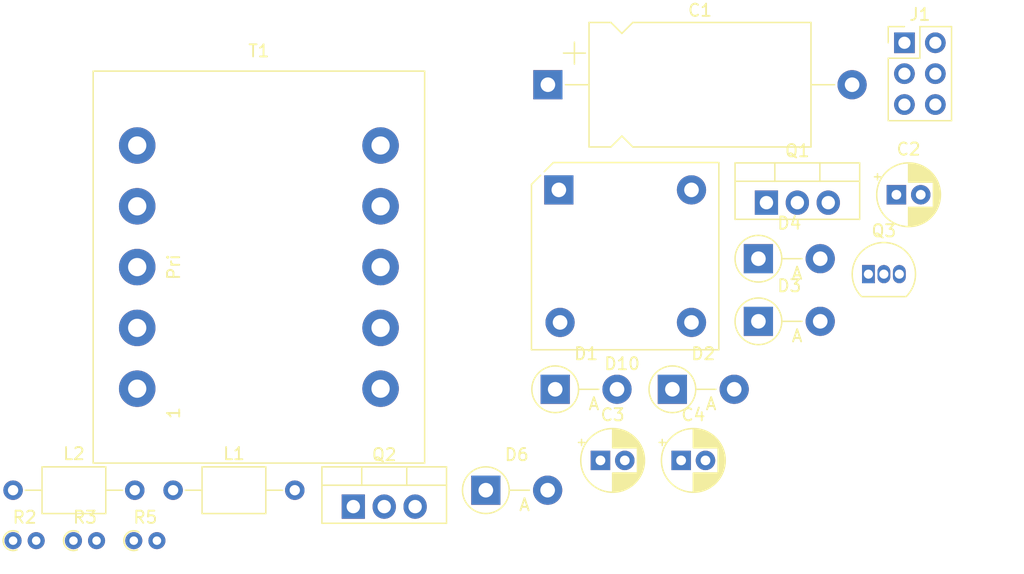
<source format=kicad_pcb>
(kicad_pcb (version 20171130) (host pcbnew "(5.1.6)-1")

  (general
    (thickness 1.6)
    (drawings 0)
    (tracks 0)
    (zones 0)
    (modules 20)
    (nets 22)
  )

  (page A4)
  (layers
    (0 F.Cu signal)
    (31 B.Cu signal)
    (32 B.Adhes user)
    (33 F.Adhes user)
    (34 B.Paste user)
    (35 F.Paste user)
    (36 B.SilkS user)
    (37 F.SilkS user)
    (38 B.Mask user)
    (39 F.Mask user)
    (40 Dwgs.User user)
    (41 Cmts.User user)
    (42 Eco1.User user)
    (43 Eco2.User user)
    (44 Edge.Cuts user)
    (45 Margin user)
    (46 B.CrtYd user)
    (47 F.CrtYd user)
    (48 B.Fab user)
    (49 F.Fab user)
  )

  (setup
    (last_trace_width 0.25)
    (trace_clearance 0.2)
    (zone_clearance 0.508)
    (zone_45_only no)
    (trace_min 0.2)
    (via_size 0.8)
    (via_drill 0.4)
    (via_min_size 0.4)
    (via_min_drill 0.3)
    (uvia_size 0.3)
    (uvia_drill 0.1)
    (uvias_allowed no)
    (uvia_min_size 0.2)
    (uvia_min_drill 0.1)
    (edge_width 0.05)
    (segment_width 0.2)
    (pcb_text_width 0.3)
    (pcb_text_size 1.5 1.5)
    (mod_edge_width 0.12)
    (mod_text_size 1 1)
    (mod_text_width 0.15)
    (pad_size 1.524 1.524)
    (pad_drill 0.762)
    (pad_to_mask_clearance 0.05)
    (aux_axis_origin 0 0)
    (visible_elements FFFFFF7F)
    (pcbplotparams
      (layerselection 0x010fc_ffffffff)
      (usegerberextensions false)
      (usegerberattributes true)
      (usegerberadvancedattributes true)
      (creategerberjobfile true)
      (excludeedgelayer true)
      (linewidth 0.100000)
      (plotframeref false)
      (viasonmask false)
      (mode 1)
      (useauxorigin false)
      (hpglpennumber 1)
      (hpglpenspeed 20)
      (hpglpendiameter 15.000000)
      (psnegative false)
      (psa4output false)
      (plotreference true)
      (plotvalue true)
      (plotinvisibletext false)
      (padsonsilk false)
      (subtractmaskfromsilk false)
      (outputformat 1)
      (mirror false)
      (drillshape 1)
      (scaleselection 1)
      (outputdirectory ""))
  )

  (net 0 "")
  (net 1 Earth)
  (net 2 AC)
  (net 3 "Net-(C2-Pad2)")
  (net 4 "Net-(C2-Pad1)")
  (net 5 "Net-(C3-Pad1)")
  (net 6 /0V)
  (net 7 "Net-(C4-Pad1)")
  (net 8 "Net-(D1-Pad1)")
  (net 9 "Net-(D3-Pad1)")
  (net 10 "Net-(D4-Pad2)")
  (net 11 "Net-(D6-Pad2)")
  (net 12 "Net-(D10-Pad4)")
  (net 13 "Net-(D10-Pad3)")
  (net 14 /+7.5V)
  (net 15 "Net-(J1-Pad4)")
  (net 16 /+14.3V)
  (net 17 /+13.5V)
  (net 18 "Net-(J1-Pad1)")
  (net 19 "Net-(L1-Pad2)")
  (net 20 "Net-(L2-Pad2)")
  (net 21 "Net-(Q3-Pad1)")

  (net_class Default "This is the default net class."
    (clearance 0.2)
    (trace_width 0.25)
    (via_dia 0.8)
    (via_drill 0.4)
    (uvia_dia 0.3)
    (uvia_drill 0.1)
    (add_net /+13.5V)
    (add_net /+14.3V)
    (add_net /+7.5V)
    (add_net /0V)
    (add_net AC)
    (add_net Earth)
    (add_net "Net-(C2-Pad1)")
    (add_net "Net-(C2-Pad2)")
    (add_net "Net-(C3-Pad1)")
    (add_net "Net-(C4-Pad1)")
    (add_net "Net-(D1-Pad1)")
    (add_net "Net-(D10-Pad3)")
    (add_net "Net-(D10-Pad4)")
    (add_net "Net-(D3-Pad1)")
    (add_net "Net-(D4-Pad2)")
    (add_net "Net-(D6-Pad2)")
    (add_net "Net-(J1-Pad1)")
    (add_net "Net-(J1-Pad4)")
    (add_net "Net-(L1-Pad2)")
    (add_net "Net-(L2-Pad2)")
    (add_net "Net-(Q3-Pad1)")
  )

  (module Transformer_THT:Transformer_CHK_EI30-2VA_2xSec (layer F.Cu) (tedit 5A030845) (tstamp 5EF2DDDF)
    (at 100.87 100.565)
    (descr "Trafo, Printtrafo, CHK, EI30, 2VA, 2x Sec,")
    (tags "Trafo Printtrafo CHK EI30 2VA 2x Sec ")
    (path /5EF3D56C)
    (fp_text reference T1 (at 10 -27.78) (layer F.SilkS)
      (effects (font (size 1 1) (thickness 0.15)))
    )
    (fp_text value Transformer_1P_2S_E (at 11 -10 90) (layer F.Fab)
      (effects (font (size 1 1) (thickness 0.15)))
    )
    (fp_text user %R (at 9 -10 90) (layer F.Fab)
      (effects (font (size 1 1) (thickness 0.15)))
    )
    (fp_text user 1 (at 3 2 90) (layer F.SilkS)
      (effects (font (size 1 1) (thickness 0.15)))
    )
    (fp_text user 5 (at 3 -22 90) (layer F.Fab)
      (effects (font (size 1 1) (thickness 0.15)))
    )
    (fp_text user Pri (at 3 -10 90) (layer F.SilkS)
      (effects (font (size 1 1) (thickness 0.15)))
    )
    (fp_text user 6 (at 16.5 -22 90) (layer F.Fab)
      (effects (font (size 1 1) (thickness 0.15)))
    )
    (fp_text user 7 (at 16.5 -14 90) (layer F.Fab)
      (effects (font (size 1 1) (thickness 0.15)))
    )
    (fp_text user 9 (at 16.5 -6 90) (layer F.Fab)
      (effects (font (size 1 1) (thickness 0.15)))
    )
    (fp_text user 10 (at 16.5 1 90) (layer F.Fab)
      (effects (font (size 1 1) (thickness 0.15)))
    )
    (fp_text user Sec-I (at 16.5 -17.5 90) (layer F.Fab)
      (effects (font (size 1 1) (thickness 0.15)))
    )
    (fp_text user Sec-II (at 16.5 -2.5 90) (layer F.Fab)
      (effects (font (size 1 1) (thickness 0.15)))
    )
    (fp_line (start 15 -1) (end 12 -1) (layer F.Fab) (width 0.1))
    (fp_line (start 12 -2) (end 15 -2) (layer F.Fab) (width 0.1))
    (fp_line (start 15 -3) (end 12 -3) (layer F.Fab) (width 0.1))
    (fp_line (start 12 -4) (end 15 -4) (layer F.Fab) (width 0.1))
    (fp_line (start 13 -5) (end 13 0) (layer F.Fab) (width 0.1))
    (fp_line (start 15 0) (end 14 0) (layer F.Fab) (width 0.1))
    (fp_line (start 14 0) (end 14 -5) (layer F.Fab) (width 0.1))
    (fp_line (start 15 -5) (end 15 0) (layer F.Fab) (width 0.1))
    (fp_line (start 17 -5) (end 12 -5) (layer F.Fab) (width 0.1))
    (fp_line (start 12 -5) (end 12 0) (layer F.Fab) (width 0.1))
    (fp_line (start 12 0) (end 17 0) (layer F.Fab) (width 0.1))
    (fp_line (start 15 -16) (end 12 -16) (layer F.Fab) (width 0.1))
    (fp_line (start 12 -17) (end 15 -17) (layer F.Fab) (width 0.1))
    (fp_line (start 15 -18) (end 12 -18) (layer F.Fab) (width 0.1))
    (fp_line (start 12 -19) (end 15 -19) (layer F.Fab) (width 0.1))
    (fp_line (start 13 -20) (end 12 -20) (layer F.Fab) (width 0.1))
    (fp_line (start 12 -20) (end 12 -15) (layer F.Fab) (width 0.1))
    (fp_line (start 12 -15) (end 13 -15) (layer F.Fab) (width 0.1))
    (fp_line (start 14 -20) (end 13 -20) (layer F.Fab) (width 0.1))
    (fp_line (start 13 -20) (end 13 -15) (layer F.Fab) (width 0.1))
    (fp_line (start 13 -15) (end 14 -15) (layer F.Fab) (width 0.1))
    (fp_line (start 15 -20) (end 14 -20) (layer F.Fab) (width 0.1))
    (fp_line (start 14 -20) (end 14 -15) (layer F.Fab) (width 0.1))
    (fp_line (start 14 -15) (end 15 -15) (layer F.Fab) (width 0.1))
    (fp_line (start 17 -20) (end 15 -20) (layer F.Fab) (width 0.1))
    (fp_line (start 15 -20) (end 15 -15) (layer F.Fab) (width 0.1))
    (fp_line (start 15 -15) (end 17 -15) (layer F.Fab) (width 0.1))
    (fp_line (start 5 -1) (end 8 -1) (layer F.Fab) (width 0.1))
    (fp_line (start 8 -2) (end 5 -2) (layer F.Fab) (width 0.1))
    (fp_line (start 5 -3) (end 8 -3) (layer F.Fab) (width 0.1))
    (fp_line (start 8 -4) (end 5 -4) (layer F.Fab) (width 0.1))
    (fp_line (start 5 -5) (end 8 -5) (layer F.Fab) (width 0.1))
    (fp_line (start 8 -6) (end 5 -6) (layer F.Fab) (width 0.1))
    (fp_line (start 5 -7) (end 8 -7) (layer F.Fab) (width 0.1))
    (fp_line (start 8 -8) (end 5 -8) (layer F.Fab) (width 0.1))
    (fp_line (start 5 -9) (end 8 -9) (layer F.Fab) (width 0.1))
    (fp_line (start 8 -10) (end 5 -10) (layer F.Fab) (width 0.1))
    (fp_line (start 5 -11) (end 8 -11) (layer F.Fab) (width 0.1))
    (fp_line (start 8 -12) (end 5 -12) (layer F.Fab) (width 0.1))
    (fp_line (start 5 -13) (end 8 -13) (layer F.Fab) (width 0.1))
    (fp_line (start 8 -14) (end 5 -14) (layer F.Fab) (width 0.1))
    (fp_line (start 5 -15) (end 8 -15) (layer F.Fab) (width 0.1))
    (fp_line (start 8 -16) (end 5 -16) (layer F.Fab) (width 0.1))
    (fp_line (start 5 -17) (end 8 -17) (layer F.Fab) (width 0.1))
    (fp_line (start 8 -18) (end 5 -18) (layer F.Fab) (width 0.1))
    (fp_line (start 5 -19) (end 8 -19) (layer F.Fab) (width 0.1))
    (fp_line (start 7 -20) (end 8 -20) (layer F.Fab) (width 0.1))
    (fp_line (start 8 -20) (end 8 0) (layer F.Fab) (width 0.1))
    (fp_line (start 8 0) (end 7 0) (layer F.Fab) (width 0.1))
    (fp_line (start 6 -20) (end 7 -20) (layer F.Fab) (width 0.1))
    (fp_line (start 7 -20) (end 7 0) (layer F.Fab) (width 0.1))
    (fp_line (start 7 0) (end 6 0) (layer F.Fab) (width 0.1))
    (fp_line (start 5 -20) (end 6 -20) (layer F.Fab) (width 0.1))
    (fp_line (start 6 -20) (end 6 0) (layer F.Fab) (width 0.1))
    (fp_line (start 6 0) (end 5 0) (layer F.Fab) (width 0.1))
    (fp_line (start 3 -20) (end 5 -20) (layer F.Fab) (width 0.1))
    (fp_line (start 5 -20) (end 5 0) (layer F.Fab) (width 0.1))
    (fp_line (start 5 0) (end 3 0) (layer F.Fab) (width 0.1))
    (fp_line (start -3.5 6) (end 23.5 6) (layer F.Fab) (width 0.1))
    (fp_line (start 23.5 6) (end 23.5 -26) (layer F.Fab) (width 0.1))
    (fp_line (start 23.5 -26) (end -3.5 -26) (layer F.Fab) (width 0.1))
    (fp_line (start -3.5 -26) (end -3.5 6) (layer F.Fab) (width 0.1))
    (fp_line (start -3.75 -26.25) (end 23.75 -26.25) (layer F.CrtYd) (width 0.05))
    (fp_line (start -3.75 -26.25) (end -3.75 6.25) (layer F.CrtYd) (width 0.05))
    (fp_line (start 23.75 6.25) (end 23.75 -26.25) (layer F.CrtYd) (width 0.05))
    (fp_line (start 23.75 6.25) (end -3.75 6.25) (layer F.CrtYd) (width 0.05))
    (fp_line (start -3.62 -26.12) (end 23.62 -26.12) (layer F.SilkS) (width 0.12))
    (fp_line (start -3.62 -26.12) (end -3.62 6.12) (layer F.SilkS) (width 0.12))
    (fp_line (start 23.62 6.12) (end 23.62 -26.12) (layer F.SilkS) (width 0.12))
    (fp_line (start 23.62 6.12) (end -3.62 6.12) (layer F.SilkS) (width 0.12))
    (pad 10 thru_hole circle (at 20 0) (size 3 3) (drill 1.5) (layers *.Cu *.Mask))
    (pad 9 thru_hole circle (at 20 -5) (size 3 3) (drill 1.5) (layers *.Cu *.Mask)
      (net 6 /0V))
    (pad 8 thru_hole circle (at 20 -10) (size 3 3) (drill 1.5) (layers *.Cu *.Mask)
      (net 4 "Net-(C2-Pad1)"))
    (pad 7 thru_hole circle (at 20 -15) (size 3 3) (drill 1.5) (layers *.Cu *.Mask)
      (net 1 Earth))
    (pad 6 thru_hole circle (at 20 -20) (size 3 3) (drill 1.5) (layers *.Cu *.Mask)
      (net 11 "Net-(D6-Pad2)"))
    (pad 5 thru_hole circle (at 0 -20) (size 3 3) (drill 1.5) (layers *.Cu *.Mask)
      (net 10 "Net-(D4-Pad2)"))
    (pad 4 thru_hole circle (at 0 -15) (size 3 3) (drill 1.5) (layers *.Cu *.Mask)
      (net 12 "Net-(D10-Pad4)"))
    (pad 3 thru_hole circle (at 0 -10) (size 3 3) (drill 1.5) (layers *.Cu *.Mask)
      (net 13 "Net-(D10-Pad3)"))
    (pad 2 thru_hole circle (at 0 -5) (size 3 3) (drill 1.5) (layers *.Cu *.Mask)
      (net 2 AC))
    (pad 1 thru_hole circle (at 0 0) (size 3 3) (drill 1.5) (layers *.Cu *.Mask)
      (net 2 AC))
    (model ${KISYS3DMOD}/Transformer_THT.3dshapes/Transformer_CHK_EI30-2VA_2xSec.wrl
      (at (xyz 0 0 0))
      (scale (xyz 1 1 1))
      (rotate (xyz 0 0 0))
    )
  )

  (module Resistor_THT:R_Axial_DIN0204_L3.6mm_D1.6mm_P1.90mm_Vertical (layer F.Cu) (tedit 5AE5139B) (tstamp 5EF2DDB3)
    (at 100.59 113.065)
    (descr "Resistor, Axial_DIN0204 series, Axial, Vertical, pin pitch=1.9mm, 0.167W, length*diameter=3.6*1.6mm^2, http://cdn-reichelt.de/documents/datenblatt/B400/1_4W%23YAG.pdf")
    (tags "Resistor Axial_DIN0204 series Axial Vertical pin pitch 1.9mm 0.167W length 3.6mm diameter 1.6mm")
    (path /5EF7D47D)
    (fp_text reference R5 (at 0.95 -1.92) (layer F.SilkS)
      (effects (font (size 1 1) (thickness 0.15)))
    )
    (fp_text value 220E (at 0.95 1.92) (layer F.Fab)
      (effects (font (size 1 1) (thickness 0.15)))
    )
    (fp_text user %R (at 0.95 -1.92) (layer F.Fab)
      (effects (font (size 1 1) (thickness 0.15)))
    )
    (fp_arc (start 0 0) (end 0.417133 -0.7) (angle -233.92106) (layer F.SilkS) (width 0.12))
    (fp_circle (center 0 0) (end 0.8 0) (layer F.Fab) (width 0.1))
    (fp_line (start 0 0) (end 1.9 0) (layer F.Fab) (width 0.1))
    (fp_line (start -1.05 -1.05) (end -1.05 1.05) (layer F.CrtYd) (width 0.05))
    (fp_line (start -1.05 1.05) (end 2.86 1.05) (layer F.CrtYd) (width 0.05))
    (fp_line (start 2.86 1.05) (end 2.86 -1.05) (layer F.CrtYd) (width 0.05))
    (fp_line (start 2.86 -1.05) (end -1.05 -1.05) (layer F.CrtYd) (width 0.05))
    (pad 2 thru_hole oval (at 1.9 0) (size 1.4 1.4) (drill 0.7) (layers *.Cu *.Mask)
      (net 9 "Net-(D3-Pad1)"))
    (pad 1 thru_hole circle (at 0 0) (size 1.4 1.4) (drill 0.7) (layers *.Cu *.Mask)
      (net 5 "Net-(C3-Pad1)"))
    (model ${KISYS3DMOD}/Resistor_THT.3dshapes/R_Axial_DIN0204_L3.6mm_D1.6mm_P1.90mm_Vertical.wrl
      (at (xyz 0 0 0))
      (scale (xyz 1 1 1))
      (rotate (xyz 0 0 0))
    )
  )

  (module Resistor_THT:R_Axial_DIN0204_L3.6mm_D1.6mm_P1.90mm_Vertical (layer F.Cu) (tedit 5AE5139B) (tstamp 5EF2DDA5)
    (at 95.63 113.065)
    (descr "Resistor, Axial_DIN0204 series, Axial, Vertical, pin pitch=1.9mm, 0.167W, length*diameter=3.6*1.6mm^2, http://cdn-reichelt.de/documents/datenblatt/B400/1_4W%23YAG.pdf")
    (tags "Resistor Axial_DIN0204 series Axial Vertical pin pitch 1.9mm 0.167W length 3.6mm diameter 1.6mm")
    (path /5EF60FA8)
    (fp_text reference R3 (at 0.95 -1.92) (layer F.SilkS)
      (effects (font (size 1 1) (thickness 0.15)))
    )
    (fp_text value 100 (at 0.95 1.92) (layer F.Fab)
      (effects (font (size 1 1) (thickness 0.15)))
    )
    (fp_text user %R (at 0.95 -1.92) (layer F.Fab)
      (effects (font (size 1 1) (thickness 0.15)))
    )
    (fp_arc (start 0 0) (end 0.417133 -0.7) (angle -233.92106) (layer F.SilkS) (width 0.12))
    (fp_circle (center 0 0) (end 0.8 0) (layer F.Fab) (width 0.1))
    (fp_line (start 0 0) (end 1.9 0) (layer F.Fab) (width 0.1))
    (fp_line (start -1.05 -1.05) (end -1.05 1.05) (layer F.CrtYd) (width 0.05))
    (fp_line (start -1.05 1.05) (end 2.86 1.05) (layer F.CrtYd) (width 0.05))
    (fp_line (start 2.86 1.05) (end 2.86 -1.05) (layer F.CrtYd) (width 0.05))
    (fp_line (start 2.86 -1.05) (end -1.05 -1.05) (layer F.CrtYd) (width 0.05))
    (pad 2 thru_hole oval (at 1.9 0) (size 1.4 1.4) (drill 0.7) (layers *.Cu *.Mask)
      (net 3 "Net-(C2-Pad2)"))
    (pad 1 thru_hole circle (at 0 0) (size 1.4 1.4) (drill 0.7) (layers *.Cu *.Mask)
      (net 21 "Net-(Q3-Pad1)"))
    (model ${KISYS3DMOD}/Resistor_THT.3dshapes/R_Axial_DIN0204_L3.6mm_D1.6mm_P1.90mm_Vertical.wrl
      (at (xyz 0 0 0))
      (scale (xyz 1 1 1))
      (rotate (xyz 0 0 0))
    )
  )

  (module Resistor_THT:R_Axial_DIN0204_L3.6mm_D1.6mm_P1.90mm_Vertical (layer F.Cu) (tedit 5AE5139B) (tstamp 5EF2DD97)
    (at 90.67 113.065)
    (descr "Resistor, Axial_DIN0204 series, Axial, Vertical, pin pitch=1.9mm, 0.167W, length*diameter=3.6*1.6mm^2, http://cdn-reichelt.de/documents/datenblatt/B400/1_4W%23YAG.pdf")
    (tags "Resistor Axial_DIN0204 series Axial Vertical pin pitch 1.9mm 0.167W length 3.6mm diameter 1.6mm")
    (path /5EF5C95A)
    (fp_text reference R2 (at 0.95 -1.92) (layer F.SilkS)
      (effects (font (size 1 1) (thickness 0.15)))
    )
    (fp_text value 680 (at 0.95 1.92) (layer F.Fab)
      (effects (font (size 1 1) (thickness 0.15)))
    )
    (fp_text user %R (at 0.95 -1.92) (layer F.Fab)
      (effects (font (size 1 1) (thickness 0.15)))
    )
    (fp_arc (start 0 0) (end 0.417133 -0.7) (angle -233.92106) (layer F.SilkS) (width 0.12))
    (fp_circle (center 0 0) (end 0.8 0) (layer F.Fab) (width 0.1))
    (fp_line (start 0 0) (end 1.9 0) (layer F.Fab) (width 0.1))
    (fp_line (start -1.05 -1.05) (end -1.05 1.05) (layer F.CrtYd) (width 0.05))
    (fp_line (start -1.05 1.05) (end 2.86 1.05) (layer F.CrtYd) (width 0.05))
    (fp_line (start 2.86 1.05) (end 2.86 -1.05) (layer F.CrtYd) (width 0.05))
    (fp_line (start 2.86 -1.05) (end -1.05 -1.05) (layer F.CrtYd) (width 0.05))
    (pad 2 thru_hole oval (at 1.9 0) (size 1.4 1.4) (drill 0.7) (layers *.Cu *.Mask)
      (net 3 "Net-(C2-Pad2)"))
    (pad 1 thru_hole circle (at 0 0) (size 1.4 1.4) (drill 0.7) (layers *.Cu *.Mask)
      (net 8 "Net-(D1-Pad1)"))
    (model ${KISYS3DMOD}/Resistor_THT.3dshapes/R_Axial_DIN0204_L3.6mm_D1.6mm_P1.90mm_Vertical.wrl
      (at (xyz 0 0 0))
      (scale (xyz 1 1 1))
      (rotate (xyz 0 0 0))
    )
  )

  (module Package_TO_SOT_THT:TO-92_Inline (layer F.Cu) (tedit 5A1DD157) (tstamp 5EF2DD89)
    (at 160.96 91.145)
    (descr "TO-92 leads in-line, narrow, oval pads, drill 0.75mm (see NXP sot054_po.pdf)")
    (tags "to-92 sc-43 sc-43a sot54 PA33 transistor")
    (path /5EF5D472)
    (fp_text reference Q3 (at 1.27 -3.56) (layer F.SilkS)
      (effects (font (size 1 1) (thickness 0.15)))
    )
    (fp_text value BC327 (at 1.27 2.79) (layer F.Fab)
      (effects (font (size 1 1) (thickness 0.15)))
    )
    (fp_arc (start 1.27 0) (end 1.27 -2.6) (angle 135) (layer F.SilkS) (width 0.12))
    (fp_arc (start 1.27 0) (end 1.27 -2.48) (angle -135) (layer F.Fab) (width 0.1))
    (fp_arc (start 1.27 0) (end 1.27 -2.6) (angle -135) (layer F.SilkS) (width 0.12))
    (fp_arc (start 1.27 0) (end 1.27 -2.48) (angle 135) (layer F.Fab) (width 0.1))
    (fp_text user %R (at 1.27 -3.56) (layer F.Fab)
      (effects (font (size 1 1) (thickness 0.15)))
    )
    (fp_line (start -0.53 1.85) (end 3.07 1.85) (layer F.SilkS) (width 0.12))
    (fp_line (start -0.5 1.75) (end 3 1.75) (layer F.Fab) (width 0.1))
    (fp_line (start -1.46 -2.73) (end 4 -2.73) (layer F.CrtYd) (width 0.05))
    (fp_line (start -1.46 -2.73) (end -1.46 2.01) (layer F.CrtYd) (width 0.05))
    (fp_line (start 4 2.01) (end 4 -2.73) (layer F.CrtYd) (width 0.05))
    (fp_line (start 4 2.01) (end -1.46 2.01) (layer F.CrtYd) (width 0.05))
    (pad 1 thru_hole rect (at 0 0) (size 1.05 1.5) (drill 0.75) (layers *.Cu *.Mask)
      (net 21 "Net-(Q3-Pad1)"))
    (pad 3 thru_hole oval (at 2.54 0) (size 1.05 1.5) (drill 0.75) (layers *.Cu *.Mask)
      (net 16 /+14.3V))
    (pad 2 thru_hole oval (at 1.27 0) (size 1.05 1.5) (drill 0.75) (layers *.Cu *.Mask)
      (net 8 "Net-(D1-Pad1)"))
    (model ${KISYS3DMOD}/Package_TO_SOT_THT.3dshapes/TO-92_Inline.wrl
      (at (xyz 0 0 0))
      (scale (xyz 1 1 1))
      (rotate (xyz 0 0 0))
    )
  )

  (module Package_TO_SOT_THT:TO-220-3_Vertical (layer F.Cu) (tedit 5AC8BA0D) (tstamp 5EF2DD77)
    (at 118.63 110.265)
    (descr "TO-220-3, Vertical, RM 2.54mm, see https://www.vishay.com/docs/66542/to-220-1.pdf")
    (tags "TO-220-3 Vertical RM 2.54mm")
    (path /5EF7E5A6)
    (fp_text reference Q2 (at 2.54 -4.27) (layer F.SilkS)
      (effects (font (size 1 1) (thickness 0.15)))
    )
    (fp_text value TIP31A (at 2.54 2.5) (layer F.Fab)
      (effects (font (size 1 1) (thickness 0.15)))
    )
    (fp_text user %R (at 2.54 -4.27) (layer F.Fab)
      (effects (font (size 1 1) (thickness 0.15)))
    )
    (fp_line (start -2.46 -3.15) (end -2.46 1.25) (layer F.Fab) (width 0.1))
    (fp_line (start -2.46 1.25) (end 7.54 1.25) (layer F.Fab) (width 0.1))
    (fp_line (start 7.54 1.25) (end 7.54 -3.15) (layer F.Fab) (width 0.1))
    (fp_line (start 7.54 -3.15) (end -2.46 -3.15) (layer F.Fab) (width 0.1))
    (fp_line (start -2.46 -1.88) (end 7.54 -1.88) (layer F.Fab) (width 0.1))
    (fp_line (start 0.69 -3.15) (end 0.69 -1.88) (layer F.Fab) (width 0.1))
    (fp_line (start 4.39 -3.15) (end 4.39 -1.88) (layer F.Fab) (width 0.1))
    (fp_line (start -2.58 -3.27) (end 7.66 -3.27) (layer F.SilkS) (width 0.12))
    (fp_line (start -2.58 1.371) (end 7.66 1.371) (layer F.SilkS) (width 0.12))
    (fp_line (start -2.58 -3.27) (end -2.58 1.371) (layer F.SilkS) (width 0.12))
    (fp_line (start 7.66 -3.27) (end 7.66 1.371) (layer F.SilkS) (width 0.12))
    (fp_line (start -2.58 -1.76) (end 7.66 -1.76) (layer F.SilkS) (width 0.12))
    (fp_line (start 0.69 -3.27) (end 0.69 -1.76) (layer F.SilkS) (width 0.12))
    (fp_line (start 4.391 -3.27) (end 4.391 -1.76) (layer F.SilkS) (width 0.12))
    (fp_line (start -2.71 -3.4) (end -2.71 1.51) (layer F.CrtYd) (width 0.05))
    (fp_line (start -2.71 1.51) (end 7.79 1.51) (layer F.CrtYd) (width 0.05))
    (fp_line (start 7.79 1.51) (end 7.79 -3.4) (layer F.CrtYd) (width 0.05))
    (fp_line (start 7.79 -3.4) (end -2.71 -3.4) (layer F.CrtYd) (width 0.05))
    (pad 3 thru_hole oval (at 5.08 0) (size 1.905 2) (drill 1.1) (layers *.Cu *.Mask)
      (net 20 "Net-(L2-Pad2)"))
    (pad 2 thru_hole oval (at 2.54 0) (size 1.905 2) (drill 1.1) (layers *.Cu *.Mask)
      (net 5 "Net-(C3-Pad1)"))
    (pad 1 thru_hole rect (at 0 0) (size 1.905 2) (drill 1.1) (layers *.Cu *.Mask)
      (net 9 "Net-(D3-Pad1)"))
    (model ${KISYS3DMOD}/Package_TO_SOT_THT.3dshapes/TO-220-3_Vertical.wrl
      (at (xyz 0 0 0))
      (scale (xyz 1 1 1))
      (rotate (xyz 0 0 0))
    )
  )

  (module Package_TO_SOT_THT:TO-220-3_Vertical (layer F.Cu) (tedit 5AC8BA0D) (tstamp 5EF2DD5D)
    (at 152.58 85.265)
    (descr "TO-220-3, Vertical, RM 2.54mm, see https://www.vishay.com/docs/66542/to-220-1.pdf")
    (tags "TO-220-3 Vertical RM 2.54mm")
    (path /5EF65D7B)
    (fp_text reference Q1 (at 2.54 -4.27) (layer F.SilkS)
      (effects (font (size 1 1) (thickness 0.15)))
    )
    (fp_text value TIP31A (at 2.54 2.5) (layer F.Fab)
      (effects (font (size 1 1) (thickness 0.15)))
    )
    (fp_text user %R (at 2.54 -4.27) (layer F.Fab)
      (effects (font (size 1 1) (thickness 0.15)))
    )
    (fp_line (start -2.46 -3.15) (end -2.46 1.25) (layer F.Fab) (width 0.1))
    (fp_line (start -2.46 1.25) (end 7.54 1.25) (layer F.Fab) (width 0.1))
    (fp_line (start 7.54 1.25) (end 7.54 -3.15) (layer F.Fab) (width 0.1))
    (fp_line (start 7.54 -3.15) (end -2.46 -3.15) (layer F.Fab) (width 0.1))
    (fp_line (start -2.46 -1.88) (end 7.54 -1.88) (layer F.Fab) (width 0.1))
    (fp_line (start 0.69 -3.15) (end 0.69 -1.88) (layer F.Fab) (width 0.1))
    (fp_line (start 4.39 -3.15) (end 4.39 -1.88) (layer F.Fab) (width 0.1))
    (fp_line (start -2.58 -3.27) (end 7.66 -3.27) (layer F.SilkS) (width 0.12))
    (fp_line (start -2.58 1.371) (end 7.66 1.371) (layer F.SilkS) (width 0.12))
    (fp_line (start -2.58 -3.27) (end -2.58 1.371) (layer F.SilkS) (width 0.12))
    (fp_line (start 7.66 -3.27) (end 7.66 1.371) (layer F.SilkS) (width 0.12))
    (fp_line (start -2.58 -1.76) (end 7.66 -1.76) (layer F.SilkS) (width 0.12))
    (fp_line (start 0.69 -3.27) (end 0.69 -1.76) (layer F.SilkS) (width 0.12))
    (fp_line (start 4.391 -3.27) (end 4.391 -1.76) (layer F.SilkS) (width 0.12))
    (fp_line (start -2.71 -3.4) (end -2.71 1.51) (layer F.CrtYd) (width 0.05))
    (fp_line (start -2.71 1.51) (end 7.79 1.51) (layer F.CrtYd) (width 0.05))
    (fp_line (start 7.79 1.51) (end 7.79 -3.4) (layer F.CrtYd) (width 0.05))
    (fp_line (start 7.79 -3.4) (end -2.71 -3.4) (layer F.CrtYd) (width 0.05))
    (pad 3 thru_hole oval (at 5.08 0) (size 1.905 2) (drill 1.1) (layers *.Cu *.Mask)
      (net 19 "Net-(L1-Pad2)"))
    (pad 2 thru_hole oval (at 2.54 0) (size 1.905 2) (drill 1.1) (layers *.Cu *.Mask)
      (net 7 "Net-(C4-Pad1)"))
    (pad 1 thru_hole rect (at 0 0) (size 1.905 2) (drill 1.1) (layers *.Cu *.Mask)
      (net 5 "Net-(C3-Pad1)"))
    (model ${KISYS3DMOD}/Package_TO_SOT_THT.3dshapes/TO-220-3_Vertical.wrl
      (at (xyz 0 0 0))
      (scale (xyz 1 1 1))
      (rotate (xyz 0 0 0))
    )
  )

  (module Inductor_THT:L_Axial_L5.0mm_D3.6mm_P10.00mm_Horizontal_Murata_BL01RN1A2A2 (layer F.Cu) (tedit 5BC67E52) (tstamp 5EF2DD43)
    (at 90.67 108.915)
    (descr "Inductor, Murata BL01RN1A2A2, Axial, Horizontal, pin pitch=10.00mm, length*diameter=5*3.6mm, https://www.murata.com/en-global/products/productdetail?partno=BL01RN1A2A2%23")
    (tags "inductor axial horizontal")
    (path /5EF82A9A)
    (fp_text reference L2 (at 5 -3) (layer F.SilkS)
      (effects (font (size 1 1) (thickness 0.15)))
    )
    (fp_text value 0.5uH (at 5 3) (layer F.Fab)
      (effects (font (size 1 1) (thickness 0.15)))
    )
    (fp_text user %R (at 5 0) (layer F.Fab)
      (effects (font (size 1 1) (thickness 0.15)))
    )
    (fp_line (start 2.5 -1.8) (end 2.5 1.8) (layer F.Fab) (width 0.1))
    (fp_line (start 2.5 1.8) (end 7.5 1.8) (layer F.Fab) (width 0.1))
    (fp_line (start 7.5 1.8) (end 7.5 -1.8) (layer F.Fab) (width 0.1))
    (fp_line (start 7.5 -1.8) (end 2.5 -1.8) (layer F.Fab) (width 0.1))
    (fp_line (start 0 0) (end 2.5 0) (layer F.Fab) (width 0.1))
    (fp_line (start 10 0) (end 7.5 0) (layer F.Fab) (width 0.1))
    (fp_line (start 2.38 -1.92) (end 2.38 1.92) (layer F.SilkS) (width 0.12))
    (fp_line (start 2.38 1.92) (end 7.62 1.92) (layer F.SilkS) (width 0.12))
    (fp_line (start 7.62 1.92) (end 7.62 -1.92) (layer F.SilkS) (width 0.12))
    (fp_line (start 7.62 -1.92) (end 2.38 -1.92) (layer F.SilkS) (width 0.12))
    (fp_line (start 1 0) (end 2.38 0) (layer F.SilkS) (width 0.12))
    (fp_line (start 9 0) (end 7.62 0) (layer F.SilkS) (width 0.12))
    (fp_line (start -1.05 -2.05) (end -1.05 2.05) (layer F.CrtYd) (width 0.05))
    (fp_line (start -1.05 2.05) (end 11.05 2.05) (layer F.CrtYd) (width 0.05))
    (fp_line (start 11.05 2.05) (end 11.05 -2.05) (layer F.CrtYd) (width 0.05))
    (fp_line (start 11.05 -2.05) (end -1.05 -2.05) (layer F.CrtYd) (width 0.05))
    (pad 2 thru_hole oval (at 10 0) (size 1.6 1.6) (drill 0.85) (layers *.Cu *.Mask)
      (net 20 "Net-(L2-Pad2)"))
    (pad 1 thru_hole circle (at 0 0) (size 1.6 1.6) (drill 0.85) (layers *.Cu *.Mask)
      (net 17 /+13.5V))
    (model ${KISYS3DMOD}/Inductor_THT.3dshapes/L_Axial_L5.0mm_D3.6mm_P10.00mm_Horizontal_Murata_BL01RN1A2A2.wrl
      (at (xyz 0 0 0))
      (scale (xyz 1 1 1))
      (rotate (xyz 0 0 0))
    )
  )

  (module Inductor_THT:L_Axial_L5.0mm_D3.6mm_P10.00mm_Horizontal_Murata_BL01RN1A2A2 (layer F.Cu) (tedit 5BC67E52) (tstamp 5EF2DD2C)
    (at 103.82 108.915)
    (descr "Inductor, Murata BL01RN1A2A2, Axial, Horizontal, pin pitch=10.00mm, length*diameter=5*3.6mm, https://www.murata.com/en-global/products/productdetail?partno=BL01RN1A2A2%23")
    (tags "inductor axial horizontal")
    (path /5EF75F89)
    (fp_text reference L1 (at 5 -3) (layer F.SilkS)
      (effects (font (size 1 1) (thickness 0.15)))
    )
    (fp_text value 0.5uH (at 5 3) (layer F.Fab)
      (effects (font (size 1 1) (thickness 0.15)))
    )
    (fp_text user %R (at 5 0) (layer F.Fab)
      (effects (font (size 1 1) (thickness 0.15)))
    )
    (fp_line (start 2.5 -1.8) (end 2.5 1.8) (layer F.Fab) (width 0.1))
    (fp_line (start 2.5 1.8) (end 7.5 1.8) (layer F.Fab) (width 0.1))
    (fp_line (start 7.5 1.8) (end 7.5 -1.8) (layer F.Fab) (width 0.1))
    (fp_line (start 7.5 -1.8) (end 2.5 -1.8) (layer F.Fab) (width 0.1))
    (fp_line (start 0 0) (end 2.5 0) (layer F.Fab) (width 0.1))
    (fp_line (start 10 0) (end 7.5 0) (layer F.Fab) (width 0.1))
    (fp_line (start 2.38 -1.92) (end 2.38 1.92) (layer F.SilkS) (width 0.12))
    (fp_line (start 2.38 1.92) (end 7.62 1.92) (layer F.SilkS) (width 0.12))
    (fp_line (start 7.62 1.92) (end 7.62 -1.92) (layer F.SilkS) (width 0.12))
    (fp_line (start 7.62 -1.92) (end 2.38 -1.92) (layer F.SilkS) (width 0.12))
    (fp_line (start 1 0) (end 2.38 0) (layer F.SilkS) (width 0.12))
    (fp_line (start 9 0) (end 7.62 0) (layer F.SilkS) (width 0.12))
    (fp_line (start -1.05 -2.05) (end -1.05 2.05) (layer F.CrtYd) (width 0.05))
    (fp_line (start -1.05 2.05) (end 11.05 2.05) (layer F.CrtYd) (width 0.05))
    (fp_line (start 11.05 2.05) (end 11.05 -2.05) (layer F.CrtYd) (width 0.05))
    (fp_line (start 11.05 -2.05) (end -1.05 -2.05) (layer F.CrtYd) (width 0.05))
    (pad 2 thru_hole oval (at 10 0) (size 1.6 1.6) (drill 0.85) (layers *.Cu *.Mask)
      (net 19 "Net-(L1-Pad2)"))
    (pad 1 thru_hole circle (at 0 0) (size 1.6 1.6) (drill 0.85) (layers *.Cu *.Mask)
      (net 14 /+7.5V))
    (model ${KISYS3DMOD}/Inductor_THT.3dshapes/L_Axial_L5.0mm_D3.6mm_P10.00mm_Horizontal_Murata_BL01RN1A2A2.wrl
      (at (xyz 0 0 0))
      (scale (xyz 1 1 1))
      (rotate (xyz 0 0 0))
    )
  )

  (module Connector_PinHeader_2.54mm:PinHeader_2x03_P2.54mm_Vertical (layer F.Cu) (tedit 59FED5CC) (tstamp 5EF2DD15)
    (at 163.92 72.115)
    (descr "Through hole straight pin header, 2x03, 2.54mm pitch, double rows")
    (tags "Through hole pin header THT 2x03 2.54mm double row")
    (path /5EF8559C)
    (fp_text reference J1 (at 1.27 -2.33) (layer F.SilkS)
      (effects (font (size 1 1) (thickness 0.15)))
    )
    (fp_text value Conn_02x03_Odd_Even (at 1.27 7.41) (layer F.Fab)
      (effects (font (size 1 1) (thickness 0.15)))
    )
    (fp_text user %R (at 1.27 2.54 90) (layer F.Fab)
      (effects (font (size 1 1) (thickness 0.15)))
    )
    (fp_line (start 0 -1.27) (end 3.81 -1.27) (layer F.Fab) (width 0.1))
    (fp_line (start 3.81 -1.27) (end 3.81 6.35) (layer F.Fab) (width 0.1))
    (fp_line (start 3.81 6.35) (end -1.27 6.35) (layer F.Fab) (width 0.1))
    (fp_line (start -1.27 6.35) (end -1.27 0) (layer F.Fab) (width 0.1))
    (fp_line (start -1.27 0) (end 0 -1.27) (layer F.Fab) (width 0.1))
    (fp_line (start -1.33 6.41) (end 3.87 6.41) (layer F.SilkS) (width 0.12))
    (fp_line (start -1.33 1.27) (end -1.33 6.41) (layer F.SilkS) (width 0.12))
    (fp_line (start 3.87 -1.33) (end 3.87 6.41) (layer F.SilkS) (width 0.12))
    (fp_line (start -1.33 1.27) (end 1.27 1.27) (layer F.SilkS) (width 0.12))
    (fp_line (start 1.27 1.27) (end 1.27 -1.33) (layer F.SilkS) (width 0.12))
    (fp_line (start 1.27 -1.33) (end 3.87 -1.33) (layer F.SilkS) (width 0.12))
    (fp_line (start -1.33 0) (end -1.33 -1.33) (layer F.SilkS) (width 0.12))
    (fp_line (start -1.33 -1.33) (end 0 -1.33) (layer F.SilkS) (width 0.12))
    (fp_line (start -1.8 -1.8) (end -1.8 6.85) (layer F.CrtYd) (width 0.05))
    (fp_line (start -1.8 6.85) (end 4.35 6.85) (layer F.CrtYd) (width 0.05))
    (fp_line (start 4.35 6.85) (end 4.35 -1.8) (layer F.CrtYd) (width 0.05))
    (fp_line (start 4.35 -1.8) (end -1.8 -1.8) (layer F.CrtYd) (width 0.05))
    (pad 6 thru_hole oval (at 2.54 5.08) (size 1.7 1.7) (drill 1) (layers *.Cu *.Mask)
      (net 14 /+7.5V))
    (pad 5 thru_hole oval (at 0 5.08) (size 1.7 1.7) (drill 1) (layers *.Cu *.Mask)
      (net 6 /0V))
    (pad 4 thru_hole oval (at 2.54 2.54) (size 1.7 1.7) (drill 1) (layers *.Cu *.Mask)
      (net 15 "Net-(J1-Pad4)"))
    (pad 3 thru_hole oval (at 0 2.54) (size 1.7 1.7) (drill 1) (layers *.Cu *.Mask)
      (net 16 /+14.3V))
    (pad 2 thru_hole oval (at 2.54 0) (size 1.7 1.7) (drill 1) (layers *.Cu *.Mask)
      (net 17 /+13.5V))
    (pad 1 thru_hole rect (at 0 0) (size 1.7 1.7) (drill 1) (layers *.Cu *.Mask)
      (net 18 "Net-(J1-Pad1)"))
    (model ${KISYS3DMOD}/Connector_PinHeader_2.54mm.3dshapes/PinHeader_2x03_P2.54mm_Vertical.wrl
      (at (xyz 0 0 0))
      (scale (xyz 1 1 1))
      (rotate (xyz 0 0 0))
    )
  )

  (module Diode_THT:Diode_Bridge_15.1x15.1x6.3mm_P10.9mm (layer F.Cu) (tedit 5A50BF8C) (tstamp 5EF2DCF9)
    (at 135.52 84.215)
    (descr "Single phase bridge rectifier case 15.1x15.1mm, pitch 10.9mm, see https://diotec.com/tl_files/diotec/files/pdf/datasheets/pb1000.pdf")
    (tags "Diode Bridge PB10xxS")
    (path /5EF5679D)
    (fp_text reference D10 (at 5.2 14.3 180) (layer F.SilkS)
      (effects (font (size 1 1) (thickness 0.15)))
    )
    (fp_text value B40/C700 (at 5.2 -3.2 180) (layer F.Fab)
      (effects (font (size 1 1) (thickness 0.15)))
    )
    (fp_text user %R (at 5.2 5.415 180) (layer F.Fab)
      (effects (font (size 1 1) (thickness 0.15)))
    )
    (fp_line (start -2.25 13.15) (end -2.25 -0.45) (layer F.SilkS) (width 0.12))
    (fp_line (start 13.15 13.15) (end -2.25 13.15) (layer F.SilkS) (width 0.12))
    (fp_line (start 13.15 -2.25) (end 13.15 13.15) (layer F.SilkS) (width 0.12))
    (fp_line (start -0.45 -2.25) (end 13.15 -2.25) (layer F.SilkS) (width 0.12))
    (fp_line (start -1.2 -1.5) (end -0.45 -2.25) (layer F.SilkS) (width 0.12))
    (fp_line (start -2.25 -0.45) (end -1.5 -1.2) (layer F.SilkS) (width 0.12))
    (fp_line (start -0.5 -2.35) (end 13.3 -2.35) (layer F.CrtYd) (width 0.05))
    (fp_line (start -2.35 -0.5) (end -0.5 -2.35) (layer F.CrtYd) (width 0.05))
    (fp_line (start -2.35 13.3) (end -2.35 -0.5) (layer F.CrtYd) (width 0.05))
    (fp_line (start 13.3 13.3) (end -2.35 13.3) (layer F.CrtYd) (width 0.05))
    (fp_line (start 13.3 -2.35) (end 13.3 13.3) (layer F.CrtYd) (width 0.05))
    (fp_line (start -2.1 13) (end -2.1 -0.45) (layer F.Fab) (width 0.12))
    (fp_line (start 13 13) (end -2.1 13) (layer F.Fab) (width 0.12))
    (fp_line (start 13 -2.1) (end 13 13) (layer F.Fab) (width 0.12))
    (fp_line (start -0.45 -2.1) (end 13 -2.1) (layer F.Fab) (width 0.12))
    (fp_line (start -2.1 -0.45) (end -0.45 -2.1) (layer F.Fab) (width 0.12))
    (pad 2 thru_hole circle (at 0.1 10.9 180) (size 2.4 2.4) (drill 1.2) (layers *.Cu *.Mask)
      (net 3 "Net-(C2-Pad2)"))
    (pad 1 thru_hole rect (at 0 0 180) (size 2.4 2.4) (drill 1.2) (layers *.Cu *.Mask)
      (net 5 "Net-(C3-Pad1)"))
    (pad 4 thru_hole circle (at 10.9 0 180) (size 2.4 2.4) (drill 1.2) (layers *.Cu *.Mask)
      (net 12 "Net-(D10-Pad4)"))
    (pad 3 thru_hole circle (at 10.9 10.9 180) (size 2.4 2.4) (drill 1.2) (layers *.Cu *.Mask)
      (net 13 "Net-(D10-Pad3)"))
    (model ${KISYS3DMOD}/Diode_THT.3dshapes/Diode_Bridge_15.1x15.1x6.3mm_P10.9mm.wrl
      (at (xyz 0 0 0))
      (scale (xyz 1 1 1))
      (rotate (xyz 0 0 0))
    )
  )

  (module Diode_THT:D_DO-15_P5.08mm_Vertical_AnodeUp (layer F.Cu) (tedit 5AE50CD5) (tstamp 5EF2DCE0)
    (at 129.52 108.915)
    (descr "Diode, DO-15 series, Axial, Vertical, pin pitch=5.08mm, , length*diameter=7.6*3.6mm^2, , http://www.diodes.com/_files/packages/DO-15.pdf")
    (tags "Diode DO-15 series Axial Vertical pin pitch 5.08mm  length 7.6mm diameter 3.6mm")
    (path /5EF54DC2)
    (fp_text reference D6 (at 2.54 -2.92) (layer F.SilkS)
      (effects (font (size 1 1) (thickness 0.15)))
    )
    (fp_text value 1N4002 (at 2.54 2.92) (layer F.Fab)
      (effects (font (size 1 1) (thickness 0.15)))
    )
    (fp_text user A (at 3.18 1.2) (layer F.SilkS)
      (effects (font (size 1 1) (thickness 0.15)))
    )
    (fp_text user A (at 3.18 1.2) (layer F.Fab)
      (effects (font (size 1 1) (thickness 0.15)))
    )
    (fp_text user %R (at 2.54 -2.92) (layer F.Fab)
      (effects (font (size 1 1) (thickness 0.15)))
    )
    (fp_circle (center 0 0) (end 1.8 0) (layer F.Fab) (width 0.1))
    (fp_circle (center 0 0) (end 1.92 0) (layer F.SilkS) (width 0.12))
    (fp_line (start 0 0) (end 5.08 0) (layer F.Fab) (width 0.1))
    (fp_line (start 1.92 0) (end 3.58 0) (layer F.SilkS) (width 0.12))
    (fp_line (start -2.05 -2.05) (end -2.05 2.05) (layer F.CrtYd) (width 0.05))
    (fp_line (start -2.05 2.05) (end 6.53 2.05) (layer F.CrtYd) (width 0.05))
    (fp_line (start 6.53 2.05) (end 6.53 -2.05) (layer F.CrtYd) (width 0.05))
    (fp_line (start 6.53 -2.05) (end -2.05 -2.05) (layer F.CrtYd) (width 0.05))
    (pad 2 thru_hole oval (at 5.08 0) (size 2.4 2.4) (drill 1.2) (layers *.Cu *.Mask)
      (net 11 "Net-(D6-Pad2)"))
    (pad 1 thru_hole rect (at 0 0) (size 2.4 2.4) (drill 1.2) (layers *.Cu *.Mask)
      (net 7 "Net-(C4-Pad1)"))
    (model ${KISYS3DMOD}/Diode_THT.3dshapes/D_DO-15_P5.08mm_Vertical_AnodeUp.wrl
      (at (xyz 0 0 0))
      (scale (xyz 1 1 1))
      (rotate (xyz 0 0 0))
    )
  )

  (module Diode_THT:D_DO-15_P5.08mm_Vertical_AnodeUp (layer F.Cu) (tedit 5AE50CD5) (tstamp 5EF2DCCF)
    (at 151.92 89.875)
    (descr "Diode, DO-15 series, Axial, Vertical, pin pitch=5.08mm, , length*diameter=7.6*3.6mm^2, , http://www.diodes.com/_files/packages/DO-15.pdf")
    (tags "Diode DO-15 series Axial Vertical pin pitch 5.08mm  length 7.6mm diameter 3.6mm")
    (path /5EF53B03)
    (fp_text reference D4 (at 2.54 -2.92) (layer F.SilkS)
      (effects (font (size 1 1) (thickness 0.15)))
    )
    (fp_text value 1N4002 (at 2.54 2.92) (layer F.Fab)
      (effects (font (size 1 1) (thickness 0.15)))
    )
    (fp_text user A (at 3.18 1.2) (layer F.SilkS)
      (effects (font (size 1 1) (thickness 0.15)))
    )
    (fp_text user A (at 3.18 1.2) (layer F.Fab)
      (effects (font (size 1 1) (thickness 0.15)))
    )
    (fp_text user %R (at 2.54 -2.92) (layer F.Fab)
      (effects (font (size 1 1) (thickness 0.15)))
    )
    (fp_circle (center 0 0) (end 1.8 0) (layer F.Fab) (width 0.1))
    (fp_circle (center 0 0) (end 1.92 0) (layer F.SilkS) (width 0.12))
    (fp_line (start 0 0) (end 5.08 0) (layer F.Fab) (width 0.1))
    (fp_line (start 1.92 0) (end 3.58 0) (layer F.SilkS) (width 0.12))
    (fp_line (start -2.05 -2.05) (end -2.05 2.05) (layer F.CrtYd) (width 0.05))
    (fp_line (start -2.05 2.05) (end 6.53 2.05) (layer F.CrtYd) (width 0.05))
    (fp_line (start 6.53 2.05) (end 6.53 -2.05) (layer F.CrtYd) (width 0.05))
    (fp_line (start 6.53 -2.05) (end -2.05 -2.05) (layer F.CrtYd) (width 0.05))
    (pad 2 thru_hole oval (at 5.08 0) (size 2.4 2.4) (drill 1.2) (layers *.Cu *.Mask)
      (net 10 "Net-(D4-Pad2)"))
    (pad 1 thru_hole rect (at 0 0) (size 2.4 2.4) (drill 1.2) (layers *.Cu *.Mask)
      (net 7 "Net-(C4-Pad1)"))
    (model ${KISYS3DMOD}/Diode_THT.3dshapes/D_DO-15_P5.08mm_Vertical_AnodeUp.wrl
      (at (xyz 0 0 0))
      (scale (xyz 1 1 1))
      (rotate (xyz 0 0 0))
    )
  )

  (module Diode_THT:D_DO-15_P5.08mm_Vertical_AnodeUp (layer F.Cu) (tedit 5AE50CD5) (tstamp 5EF2DCBE)
    (at 151.92 95.025)
    (descr "Diode, DO-15 series, Axial, Vertical, pin pitch=5.08mm, , length*diameter=7.6*3.6mm^2, , http://www.diodes.com/_files/packages/DO-15.pdf")
    (tags "Diode DO-15 series Axial Vertical pin pitch 5.08mm  length 7.6mm diameter 3.6mm")
    (path /5EF7B01E)
    (fp_text reference D3 (at 2.54 -2.92) (layer F.SilkS)
      (effects (font (size 1 1) (thickness 0.15)))
    )
    (fp_text value BZX85B15 (at 2.54 2.92) (layer F.Fab)
      (effects (font (size 1 1) (thickness 0.15)))
    )
    (fp_text user A (at 3.18 1.2) (layer F.SilkS)
      (effects (font (size 1 1) (thickness 0.15)))
    )
    (fp_text user A (at 3.18 1.2) (layer F.Fab)
      (effects (font (size 1 1) (thickness 0.15)))
    )
    (fp_text user %R (at 2.54 -2.92) (layer F.Fab)
      (effects (font (size 1 1) (thickness 0.15)))
    )
    (fp_circle (center 0 0) (end 1.8 0) (layer F.Fab) (width 0.1))
    (fp_circle (center 0 0) (end 1.92 0) (layer F.SilkS) (width 0.12))
    (fp_line (start 0 0) (end 5.08 0) (layer F.Fab) (width 0.1))
    (fp_line (start 1.92 0) (end 3.58 0) (layer F.SilkS) (width 0.12))
    (fp_line (start -2.05 -2.05) (end -2.05 2.05) (layer F.CrtYd) (width 0.05))
    (fp_line (start -2.05 2.05) (end 6.53 2.05) (layer F.CrtYd) (width 0.05))
    (fp_line (start 6.53 2.05) (end 6.53 -2.05) (layer F.CrtYd) (width 0.05))
    (fp_line (start 6.53 -2.05) (end -2.05 -2.05) (layer F.CrtYd) (width 0.05))
    (pad 2 thru_hole oval (at 5.08 0) (size 2.4 2.4) (drill 1.2) (layers *.Cu *.Mask)
      (net 6 /0V))
    (pad 1 thru_hole rect (at 0 0) (size 2.4 2.4) (drill 1.2) (layers *.Cu *.Mask)
      (net 9 "Net-(D3-Pad1)"))
    (model ${KISYS3DMOD}/Diode_THT.3dshapes/D_DO-15_P5.08mm_Vertical_AnodeUp.wrl
      (at (xyz 0 0 0))
      (scale (xyz 1 1 1))
      (rotate (xyz 0 0 0))
    )
  )

  (module Diode_THT:D_DO-15_P5.08mm_Vertical_AnodeUp (layer F.Cu) (tedit 5AE50CD5) (tstamp 5EF2DCAD)
    (at 144.85 100.615)
    (descr "Diode, DO-15 series, Axial, Vertical, pin pitch=5.08mm, , length*diameter=7.6*3.6mm^2, , http://www.diodes.com/_files/packages/DO-15.pdf")
    (tags "Diode DO-15 series Axial Vertical pin pitch 5.08mm  length 7.6mm diameter 3.6mm")
    (path /5EF62E37)
    (fp_text reference D2 (at 2.54 -2.92) (layer F.SilkS)
      (effects (font (size 1 1) (thickness 0.15)))
    )
    (fp_text value "BZX85 8V2" (at 2.54 2.92) (layer F.Fab)
      (effects (font (size 1 1) (thickness 0.15)))
    )
    (fp_text user A (at 3.18 1.2) (layer F.SilkS)
      (effects (font (size 1 1) (thickness 0.15)))
    )
    (fp_text user A (at 3.18 1.2) (layer F.Fab)
      (effects (font (size 1 1) (thickness 0.15)))
    )
    (fp_text user %R (at 2.54 -2.92) (layer F.Fab)
      (effects (font (size 1 1) (thickness 0.15)))
    )
    (fp_circle (center 0 0) (end 1.8 0) (layer F.Fab) (width 0.1))
    (fp_circle (center 0 0) (end 1.92 0) (layer F.SilkS) (width 0.12))
    (fp_line (start 0 0) (end 5.08 0) (layer F.Fab) (width 0.1))
    (fp_line (start 1.92 0) (end 3.58 0) (layer F.SilkS) (width 0.12))
    (fp_line (start -2.05 -2.05) (end -2.05 2.05) (layer F.CrtYd) (width 0.05))
    (fp_line (start -2.05 2.05) (end 6.53 2.05) (layer F.CrtYd) (width 0.05))
    (fp_line (start 6.53 2.05) (end 6.53 -2.05) (layer F.CrtYd) (width 0.05))
    (fp_line (start 6.53 -2.05) (end -2.05 -2.05) (layer F.CrtYd) (width 0.05))
    (pad 2 thru_hole oval (at 5.08 0) (size 2.4 2.4) (drill 1.2) (layers *.Cu *.Mask)
      (net 6 /0V))
    (pad 1 thru_hole rect (at 0 0) (size 2.4 2.4) (drill 1.2) (layers *.Cu *.Mask)
      (net 5 "Net-(C3-Pad1)"))
    (model ${KISYS3DMOD}/Diode_THT.3dshapes/D_DO-15_P5.08mm_Vertical_AnodeUp.wrl
      (at (xyz 0 0 0))
      (scale (xyz 1 1 1))
      (rotate (xyz 0 0 0))
    )
  )

  (module Diode_THT:D_DO-15_P5.08mm_Vertical_AnodeUp (layer F.Cu) (tedit 5AE50CD5) (tstamp 5EF2DC9C)
    (at 135.22 100.615)
    (descr "Diode, DO-15 series, Axial, Vertical, pin pitch=5.08mm, , length*diameter=7.6*3.6mm^2, , http://www.diodes.com/_files/packages/DO-15.pdf")
    (tags "Diode DO-15 series Axial Vertical pin pitch 5.08mm  length 7.6mm diameter 3.6mm")
    (path /5EF5BA3E)
    (fp_text reference D1 (at 2.54 -2.92) (layer F.SilkS)
      (effects (font (size 1 1) (thickness 0.15)))
    )
    (fp_text value BZX61C13 (at 2.54 2.92) (layer F.Fab)
      (effects (font (size 1 1) (thickness 0.15)))
    )
    (fp_text user A (at 3.18 1.2) (layer F.SilkS)
      (effects (font (size 1 1) (thickness 0.15)))
    )
    (fp_text user A (at 3.18 1.2) (layer F.Fab)
      (effects (font (size 1 1) (thickness 0.15)))
    )
    (fp_text user %R (at 2.54 -2.92) (layer F.Fab)
      (effects (font (size 1 1) (thickness 0.15)))
    )
    (fp_circle (center 0 0) (end 1.8 0) (layer F.Fab) (width 0.1))
    (fp_circle (center 0 0) (end 1.92 0) (layer F.SilkS) (width 0.12))
    (fp_line (start 0 0) (end 5.08 0) (layer F.Fab) (width 0.1))
    (fp_line (start 1.92 0) (end 3.58 0) (layer F.SilkS) (width 0.12))
    (fp_line (start -2.05 -2.05) (end -2.05 2.05) (layer F.CrtYd) (width 0.05))
    (fp_line (start -2.05 2.05) (end 6.53 2.05) (layer F.CrtYd) (width 0.05))
    (fp_line (start 6.53 2.05) (end 6.53 -2.05) (layer F.CrtYd) (width 0.05))
    (fp_line (start 6.53 -2.05) (end -2.05 -2.05) (layer F.CrtYd) (width 0.05))
    (pad 2 thru_hole oval (at 5.08 0) (size 2.4 2.4) (drill 1.2) (layers *.Cu *.Mask)
      (net 4 "Net-(C2-Pad1)"))
    (pad 1 thru_hole rect (at 0 0) (size 2.4 2.4) (drill 1.2) (layers *.Cu *.Mask)
      (net 8 "Net-(D1-Pad1)"))
    (model ${KISYS3DMOD}/Diode_THT.3dshapes/D_DO-15_P5.08mm_Vertical_AnodeUp.wrl
      (at (xyz 0 0 0))
      (scale (xyz 1 1 1))
      (rotate (xyz 0 0 0))
    )
  )

  (module Capacitor_THT:CP_Radial_D5.0mm_P2.00mm (layer F.Cu) (tedit 5AE50EF0) (tstamp 5EF2DC8B)
    (at 145.569775 106.465)
    (descr "CP, Radial series, Radial, pin pitch=2.00mm, , diameter=5mm, Electrolytic Capacitor")
    (tags "CP Radial series Radial pin pitch 2.00mm  diameter 5mm Electrolytic Capacitor")
    (path /5EF62576)
    (fp_text reference C4 (at 1 -3.75) (layer F.SilkS)
      (effects (font (size 1 1) (thickness 0.15)))
    )
    (fp_text value "4700uf 16V" (at 1 3.75) (layer F.Fab)
      (effects (font (size 1 1) (thickness 0.15)))
    )
    (fp_text user %R (at 1 0) (layer F.Fab)
      (effects (font (size 1 1) (thickness 0.15)))
    )
    (fp_circle (center 1 0) (end 3.5 0) (layer F.Fab) (width 0.1))
    (fp_circle (center 1 0) (end 3.62 0) (layer F.SilkS) (width 0.12))
    (fp_circle (center 1 0) (end 3.75 0) (layer F.CrtYd) (width 0.05))
    (fp_line (start -1.133605 -1.0875) (end -0.633605 -1.0875) (layer F.Fab) (width 0.1))
    (fp_line (start -0.883605 -1.3375) (end -0.883605 -0.8375) (layer F.Fab) (width 0.1))
    (fp_line (start 1 1.04) (end 1 2.58) (layer F.SilkS) (width 0.12))
    (fp_line (start 1 -2.58) (end 1 -1.04) (layer F.SilkS) (width 0.12))
    (fp_line (start 1.04 1.04) (end 1.04 2.58) (layer F.SilkS) (width 0.12))
    (fp_line (start 1.04 -2.58) (end 1.04 -1.04) (layer F.SilkS) (width 0.12))
    (fp_line (start 1.08 -2.579) (end 1.08 -1.04) (layer F.SilkS) (width 0.12))
    (fp_line (start 1.08 1.04) (end 1.08 2.579) (layer F.SilkS) (width 0.12))
    (fp_line (start 1.12 -2.578) (end 1.12 -1.04) (layer F.SilkS) (width 0.12))
    (fp_line (start 1.12 1.04) (end 1.12 2.578) (layer F.SilkS) (width 0.12))
    (fp_line (start 1.16 -2.576) (end 1.16 -1.04) (layer F.SilkS) (width 0.12))
    (fp_line (start 1.16 1.04) (end 1.16 2.576) (layer F.SilkS) (width 0.12))
    (fp_line (start 1.2 -2.573) (end 1.2 -1.04) (layer F.SilkS) (width 0.12))
    (fp_line (start 1.2 1.04) (end 1.2 2.573) (layer F.SilkS) (width 0.12))
    (fp_line (start 1.24 -2.569) (end 1.24 -1.04) (layer F.SilkS) (width 0.12))
    (fp_line (start 1.24 1.04) (end 1.24 2.569) (layer F.SilkS) (width 0.12))
    (fp_line (start 1.28 -2.565) (end 1.28 -1.04) (layer F.SilkS) (width 0.12))
    (fp_line (start 1.28 1.04) (end 1.28 2.565) (layer F.SilkS) (width 0.12))
    (fp_line (start 1.32 -2.561) (end 1.32 -1.04) (layer F.SilkS) (width 0.12))
    (fp_line (start 1.32 1.04) (end 1.32 2.561) (layer F.SilkS) (width 0.12))
    (fp_line (start 1.36 -2.556) (end 1.36 -1.04) (layer F.SilkS) (width 0.12))
    (fp_line (start 1.36 1.04) (end 1.36 2.556) (layer F.SilkS) (width 0.12))
    (fp_line (start 1.4 -2.55) (end 1.4 -1.04) (layer F.SilkS) (width 0.12))
    (fp_line (start 1.4 1.04) (end 1.4 2.55) (layer F.SilkS) (width 0.12))
    (fp_line (start 1.44 -2.543) (end 1.44 -1.04) (layer F.SilkS) (width 0.12))
    (fp_line (start 1.44 1.04) (end 1.44 2.543) (layer F.SilkS) (width 0.12))
    (fp_line (start 1.48 -2.536) (end 1.48 -1.04) (layer F.SilkS) (width 0.12))
    (fp_line (start 1.48 1.04) (end 1.48 2.536) (layer F.SilkS) (width 0.12))
    (fp_line (start 1.52 -2.528) (end 1.52 -1.04) (layer F.SilkS) (width 0.12))
    (fp_line (start 1.52 1.04) (end 1.52 2.528) (layer F.SilkS) (width 0.12))
    (fp_line (start 1.56 -2.52) (end 1.56 -1.04) (layer F.SilkS) (width 0.12))
    (fp_line (start 1.56 1.04) (end 1.56 2.52) (layer F.SilkS) (width 0.12))
    (fp_line (start 1.6 -2.511) (end 1.6 -1.04) (layer F.SilkS) (width 0.12))
    (fp_line (start 1.6 1.04) (end 1.6 2.511) (layer F.SilkS) (width 0.12))
    (fp_line (start 1.64 -2.501) (end 1.64 -1.04) (layer F.SilkS) (width 0.12))
    (fp_line (start 1.64 1.04) (end 1.64 2.501) (layer F.SilkS) (width 0.12))
    (fp_line (start 1.68 -2.491) (end 1.68 -1.04) (layer F.SilkS) (width 0.12))
    (fp_line (start 1.68 1.04) (end 1.68 2.491) (layer F.SilkS) (width 0.12))
    (fp_line (start 1.721 -2.48) (end 1.721 -1.04) (layer F.SilkS) (width 0.12))
    (fp_line (start 1.721 1.04) (end 1.721 2.48) (layer F.SilkS) (width 0.12))
    (fp_line (start 1.761 -2.468) (end 1.761 -1.04) (layer F.SilkS) (width 0.12))
    (fp_line (start 1.761 1.04) (end 1.761 2.468) (layer F.SilkS) (width 0.12))
    (fp_line (start 1.801 -2.455) (end 1.801 -1.04) (layer F.SilkS) (width 0.12))
    (fp_line (start 1.801 1.04) (end 1.801 2.455) (layer F.SilkS) (width 0.12))
    (fp_line (start 1.841 -2.442) (end 1.841 -1.04) (layer F.SilkS) (width 0.12))
    (fp_line (start 1.841 1.04) (end 1.841 2.442) (layer F.SilkS) (width 0.12))
    (fp_line (start 1.881 -2.428) (end 1.881 -1.04) (layer F.SilkS) (width 0.12))
    (fp_line (start 1.881 1.04) (end 1.881 2.428) (layer F.SilkS) (width 0.12))
    (fp_line (start 1.921 -2.414) (end 1.921 -1.04) (layer F.SilkS) (width 0.12))
    (fp_line (start 1.921 1.04) (end 1.921 2.414) (layer F.SilkS) (width 0.12))
    (fp_line (start 1.961 -2.398) (end 1.961 -1.04) (layer F.SilkS) (width 0.12))
    (fp_line (start 1.961 1.04) (end 1.961 2.398) (layer F.SilkS) (width 0.12))
    (fp_line (start 2.001 -2.382) (end 2.001 -1.04) (layer F.SilkS) (width 0.12))
    (fp_line (start 2.001 1.04) (end 2.001 2.382) (layer F.SilkS) (width 0.12))
    (fp_line (start 2.041 -2.365) (end 2.041 -1.04) (layer F.SilkS) (width 0.12))
    (fp_line (start 2.041 1.04) (end 2.041 2.365) (layer F.SilkS) (width 0.12))
    (fp_line (start 2.081 -2.348) (end 2.081 -1.04) (layer F.SilkS) (width 0.12))
    (fp_line (start 2.081 1.04) (end 2.081 2.348) (layer F.SilkS) (width 0.12))
    (fp_line (start 2.121 -2.329) (end 2.121 -1.04) (layer F.SilkS) (width 0.12))
    (fp_line (start 2.121 1.04) (end 2.121 2.329) (layer F.SilkS) (width 0.12))
    (fp_line (start 2.161 -2.31) (end 2.161 -1.04) (layer F.SilkS) (width 0.12))
    (fp_line (start 2.161 1.04) (end 2.161 2.31) (layer F.SilkS) (width 0.12))
    (fp_line (start 2.201 -2.29) (end 2.201 -1.04) (layer F.SilkS) (width 0.12))
    (fp_line (start 2.201 1.04) (end 2.201 2.29) (layer F.SilkS) (width 0.12))
    (fp_line (start 2.241 -2.268) (end 2.241 -1.04) (layer F.SilkS) (width 0.12))
    (fp_line (start 2.241 1.04) (end 2.241 2.268) (layer F.SilkS) (width 0.12))
    (fp_line (start 2.281 -2.247) (end 2.281 -1.04) (layer F.SilkS) (width 0.12))
    (fp_line (start 2.281 1.04) (end 2.281 2.247) (layer F.SilkS) (width 0.12))
    (fp_line (start 2.321 -2.224) (end 2.321 -1.04) (layer F.SilkS) (width 0.12))
    (fp_line (start 2.321 1.04) (end 2.321 2.224) (layer F.SilkS) (width 0.12))
    (fp_line (start 2.361 -2.2) (end 2.361 -1.04) (layer F.SilkS) (width 0.12))
    (fp_line (start 2.361 1.04) (end 2.361 2.2) (layer F.SilkS) (width 0.12))
    (fp_line (start 2.401 -2.175) (end 2.401 -1.04) (layer F.SilkS) (width 0.12))
    (fp_line (start 2.401 1.04) (end 2.401 2.175) (layer F.SilkS) (width 0.12))
    (fp_line (start 2.441 -2.149) (end 2.441 -1.04) (layer F.SilkS) (width 0.12))
    (fp_line (start 2.441 1.04) (end 2.441 2.149) (layer F.SilkS) (width 0.12))
    (fp_line (start 2.481 -2.122) (end 2.481 -1.04) (layer F.SilkS) (width 0.12))
    (fp_line (start 2.481 1.04) (end 2.481 2.122) (layer F.SilkS) (width 0.12))
    (fp_line (start 2.521 -2.095) (end 2.521 -1.04) (layer F.SilkS) (width 0.12))
    (fp_line (start 2.521 1.04) (end 2.521 2.095) (layer F.SilkS) (width 0.12))
    (fp_line (start 2.561 -2.065) (end 2.561 -1.04) (layer F.SilkS) (width 0.12))
    (fp_line (start 2.561 1.04) (end 2.561 2.065) (layer F.SilkS) (width 0.12))
    (fp_line (start 2.601 -2.035) (end 2.601 -1.04) (layer F.SilkS) (width 0.12))
    (fp_line (start 2.601 1.04) (end 2.601 2.035) (layer F.SilkS) (width 0.12))
    (fp_line (start 2.641 -2.004) (end 2.641 -1.04) (layer F.SilkS) (width 0.12))
    (fp_line (start 2.641 1.04) (end 2.641 2.004) (layer F.SilkS) (width 0.12))
    (fp_line (start 2.681 -1.971) (end 2.681 -1.04) (layer F.SilkS) (width 0.12))
    (fp_line (start 2.681 1.04) (end 2.681 1.971) (layer F.SilkS) (width 0.12))
    (fp_line (start 2.721 -1.937) (end 2.721 -1.04) (layer F.SilkS) (width 0.12))
    (fp_line (start 2.721 1.04) (end 2.721 1.937) (layer F.SilkS) (width 0.12))
    (fp_line (start 2.761 -1.901) (end 2.761 -1.04) (layer F.SilkS) (width 0.12))
    (fp_line (start 2.761 1.04) (end 2.761 1.901) (layer F.SilkS) (width 0.12))
    (fp_line (start 2.801 -1.864) (end 2.801 -1.04) (layer F.SilkS) (width 0.12))
    (fp_line (start 2.801 1.04) (end 2.801 1.864) (layer F.SilkS) (width 0.12))
    (fp_line (start 2.841 -1.826) (end 2.841 -1.04) (layer F.SilkS) (width 0.12))
    (fp_line (start 2.841 1.04) (end 2.841 1.826) (layer F.SilkS) (width 0.12))
    (fp_line (start 2.881 -1.785) (end 2.881 -1.04) (layer F.SilkS) (width 0.12))
    (fp_line (start 2.881 1.04) (end 2.881 1.785) (layer F.SilkS) (width 0.12))
    (fp_line (start 2.921 -1.743) (end 2.921 -1.04) (layer F.SilkS) (width 0.12))
    (fp_line (start 2.921 1.04) (end 2.921 1.743) (layer F.SilkS) (width 0.12))
    (fp_line (start 2.961 -1.699) (end 2.961 -1.04) (layer F.SilkS) (width 0.12))
    (fp_line (start 2.961 1.04) (end 2.961 1.699) (layer F.SilkS) (width 0.12))
    (fp_line (start 3.001 -1.653) (end 3.001 -1.04) (layer F.SilkS) (width 0.12))
    (fp_line (start 3.001 1.04) (end 3.001 1.653) (layer F.SilkS) (width 0.12))
    (fp_line (start 3.041 -1.605) (end 3.041 1.605) (layer F.SilkS) (width 0.12))
    (fp_line (start 3.081 -1.554) (end 3.081 1.554) (layer F.SilkS) (width 0.12))
    (fp_line (start 3.121 -1.5) (end 3.121 1.5) (layer F.SilkS) (width 0.12))
    (fp_line (start 3.161 -1.443) (end 3.161 1.443) (layer F.SilkS) (width 0.12))
    (fp_line (start 3.201 -1.383) (end 3.201 1.383) (layer F.SilkS) (width 0.12))
    (fp_line (start 3.241 -1.319) (end 3.241 1.319) (layer F.SilkS) (width 0.12))
    (fp_line (start 3.281 -1.251) (end 3.281 1.251) (layer F.SilkS) (width 0.12))
    (fp_line (start 3.321 -1.178) (end 3.321 1.178) (layer F.SilkS) (width 0.12))
    (fp_line (start 3.361 -1.098) (end 3.361 1.098) (layer F.SilkS) (width 0.12))
    (fp_line (start 3.401 -1.011) (end 3.401 1.011) (layer F.SilkS) (width 0.12))
    (fp_line (start 3.441 -0.915) (end 3.441 0.915) (layer F.SilkS) (width 0.12))
    (fp_line (start 3.481 -0.805) (end 3.481 0.805) (layer F.SilkS) (width 0.12))
    (fp_line (start 3.521 -0.677) (end 3.521 0.677) (layer F.SilkS) (width 0.12))
    (fp_line (start 3.561 -0.518) (end 3.561 0.518) (layer F.SilkS) (width 0.12))
    (fp_line (start 3.601 -0.284) (end 3.601 0.284) (layer F.SilkS) (width 0.12))
    (fp_line (start -1.804775 -1.475) (end -1.304775 -1.475) (layer F.SilkS) (width 0.12))
    (fp_line (start -1.554775 -1.725) (end -1.554775 -1.225) (layer F.SilkS) (width 0.12))
    (pad 2 thru_hole circle (at 2 0) (size 1.6 1.6) (drill 0.8) (layers *.Cu *.Mask)
      (net 6 /0V))
    (pad 1 thru_hole rect (at 0 0) (size 1.6 1.6) (drill 0.8) (layers *.Cu *.Mask)
      (net 7 "Net-(C4-Pad1)"))
    (model ${KISYS3DMOD}/Capacitor_THT.3dshapes/CP_Radial_D5.0mm_P2.00mm.wrl
      (at (xyz 0 0 0))
      (scale (xyz 1 1 1))
      (rotate (xyz 0 0 0))
    )
  )

  (module Capacitor_THT:CP_Radial_D5.0mm_P2.00mm (layer F.Cu) (tedit 5AE50EF0) (tstamp 5EF2DC08)
    (at 138.939775 106.465)
    (descr "CP, Radial series, Radial, pin pitch=2.00mm, , diameter=5mm, Electrolytic Capacitor")
    (tags "CP Radial series Radial pin pitch 2.00mm  diameter 5mm Electrolytic Capacitor")
    (path /5EF9D8F6)
    (fp_text reference C3 (at 1 -3.75) (layer F.SilkS)
      (effects (font (size 1 1) (thickness 0.15)))
    )
    (fp_text value 1000uf/35v (at 1 3.75) (layer F.Fab)
      (effects (font (size 1 1) (thickness 0.15)))
    )
    (fp_text user %R (at 1 0) (layer F.Fab)
      (effects (font (size 1 1) (thickness 0.15)))
    )
    (fp_circle (center 1 0) (end 3.5 0) (layer F.Fab) (width 0.1))
    (fp_circle (center 1 0) (end 3.62 0) (layer F.SilkS) (width 0.12))
    (fp_circle (center 1 0) (end 3.75 0) (layer F.CrtYd) (width 0.05))
    (fp_line (start -1.133605 -1.0875) (end -0.633605 -1.0875) (layer F.Fab) (width 0.1))
    (fp_line (start -0.883605 -1.3375) (end -0.883605 -0.8375) (layer F.Fab) (width 0.1))
    (fp_line (start 1 1.04) (end 1 2.58) (layer F.SilkS) (width 0.12))
    (fp_line (start 1 -2.58) (end 1 -1.04) (layer F.SilkS) (width 0.12))
    (fp_line (start 1.04 1.04) (end 1.04 2.58) (layer F.SilkS) (width 0.12))
    (fp_line (start 1.04 -2.58) (end 1.04 -1.04) (layer F.SilkS) (width 0.12))
    (fp_line (start 1.08 -2.579) (end 1.08 -1.04) (layer F.SilkS) (width 0.12))
    (fp_line (start 1.08 1.04) (end 1.08 2.579) (layer F.SilkS) (width 0.12))
    (fp_line (start 1.12 -2.578) (end 1.12 -1.04) (layer F.SilkS) (width 0.12))
    (fp_line (start 1.12 1.04) (end 1.12 2.578) (layer F.SilkS) (width 0.12))
    (fp_line (start 1.16 -2.576) (end 1.16 -1.04) (layer F.SilkS) (width 0.12))
    (fp_line (start 1.16 1.04) (end 1.16 2.576) (layer F.SilkS) (width 0.12))
    (fp_line (start 1.2 -2.573) (end 1.2 -1.04) (layer F.SilkS) (width 0.12))
    (fp_line (start 1.2 1.04) (end 1.2 2.573) (layer F.SilkS) (width 0.12))
    (fp_line (start 1.24 -2.569) (end 1.24 -1.04) (layer F.SilkS) (width 0.12))
    (fp_line (start 1.24 1.04) (end 1.24 2.569) (layer F.SilkS) (width 0.12))
    (fp_line (start 1.28 -2.565) (end 1.28 -1.04) (layer F.SilkS) (width 0.12))
    (fp_line (start 1.28 1.04) (end 1.28 2.565) (layer F.SilkS) (width 0.12))
    (fp_line (start 1.32 -2.561) (end 1.32 -1.04) (layer F.SilkS) (width 0.12))
    (fp_line (start 1.32 1.04) (end 1.32 2.561) (layer F.SilkS) (width 0.12))
    (fp_line (start 1.36 -2.556) (end 1.36 -1.04) (layer F.SilkS) (width 0.12))
    (fp_line (start 1.36 1.04) (end 1.36 2.556) (layer F.SilkS) (width 0.12))
    (fp_line (start 1.4 -2.55) (end 1.4 -1.04) (layer F.SilkS) (width 0.12))
    (fp_line (start 1.4 1.04) (end 1.4 2.55) (layer F.SilkS) (width 0.12))
    (fp_line (start 1.44 -2.543) (end 1.44 -1.04) (layer F.SilkS) (width 0.12))
    (fp_line (start 1.44 1.04) (end 1.44 2.543) (layer F.SilkS) (width 0.12))
    (fp_line (start 1.48 -2.536) (end 1.48 -1.04) (layer F.SilkS) (width 0.12))
    (fp_line (start 1.48 1.04) (end 1.48 2.536) (layer F.SilkS) (width 0.12))
    (fp_line (start 1.52 -2.528) (end 1.52 -1.04) (layer F.SilkS) (width 0.12))
    (fp_line (start 1.52 1.04) (end 1.52 2.528) (layer F.SilkS) (width 0.12))
    (fp_line (start 1.56 -2.52) (end 1.56 -1.04) (layer F.SilkS) (width 0.12))
    (fp_line (start 1.56 1.04) (end 1.56 2.52) (layer F.SilkS) (width 0.12))
    (fp_line (start 1.6 -2.511) (end 1.6 -1.04) (layer F.SilkS) (width 0.12))
    (fp_line (start 1.6 1.04) (end 1.6 2.511) (layer F.SilkS) (width 0.12))
    (fp_line (start 1.64 -2.501) (end 1.64 -1.04) (layer F.SilkS) (width 0.12))
    (fp_line (start 1.64 1.04) (end 1.64 2.501) (layer F.SilkS) (width 0.12))
    (fp_line (start 1.68 -2.491) (end 1.68 -1.04) (layer F.SilkS) (width 0.12))
    (fp_line (start 1.68 1.04) (end 1.68 2.491) (layer F.SilkS) (width 0.12))
    (fp_line (start 1.721 -2.48) (end 1.721 -1.04) (layer F.SilkS) (width 0.12))
    (fp_line (start 1.721 1.04) (end 1.721 2.48) (layer F.SilkS) (width 0.12))
    (fp_line (start 1.761 -2.468) (end 1.761 -1.04) (layer F.SilkS) (width 0.12))
    (fp_line (start 1.761 1.04) (end 1.761 2.468) (layer F.SilkS) (width 0.12))
    (fp_line (start 1.801 -2.455) (end 1.801 -1.04) (layer F.SilkS) (width 0.12))
    (fp_line (start 1.801 1.04) (end 1.801 2.455) (layer F.SilkS) (width 0.12))
    (fp_line (start 1.841 -2.442) (end 1.841 -1.04) (layer F.SilkS) (width 0.12))
    (fp_line (start 1.841 1.04) (end 1.841 2.442) (layer F.SilkS) (width 0.12))
    (fp_line (start 1.881 -2.428) (end 1.881 -1.04) (layer F.SilkS) (width 0.12))
    (fp_line (start 1.881 1.04) (end 1.881 2.428) (layer F.SilkS) (width 0.12))
    (fp_line (start 1.921 -2.414) (end 1.921 -1.04) (layer F.SilkS) (width 0.12))
    (fp_line (start 1.921 1.04) (end 1.921 2.414) (layer F.SilkS) (width 0.12))
    (fp_line (start 1.961 -2.398) (end 1.961 -1.04) (layer F.SilkS) (width 0.12))
    (fp_line (start 1.961 1.04) (end 1.961 2.398) (layer F.SilkS) (width 0.12))
    (fp_line (start 2.001 -2.382) (end 2.001 -1.04) (layer F.SilkS) (width 0.12))
    (fp_line (start 2.001 1.04) (end 2.001 2.382) (layer F.SilkS) (width 0.12))
    (fp_line (start 2.041 -2.365) (end 2.041 -1.04) (layer F.SilkS) (width 0.12))
    (fp_line (start 2.041 1.04) (end 2.041 2.365) (layer F.SilkS) (width 0.12))
    (fp_line (start 2.081 -2.348) (end 2.081 -1.04) (layer F.SilkS) (width 0.12))
    (fp_line (start 2.081 1.04) (end 2.081 2.348) (layer F.SilkS) (width 0.12))
    (fp_line (start 2.121 -2.329) (end 2.121 -1.04) (layer F.SilkS) (width 0.12))
    (fp_line (start 2.121 1.04) (end 2.121 2.329) (layer F.SilkS) (width 0.12))
    (fp_line (start 2.161 -2.31) (end 2.161 -1.04) (layer F.SilkS) (width 0.12))
    (fp_line (start 2.161 1.04) (end 2.161 2.31) (layer F.SilkS) (width 0.12))
    (fp_line (start 2.201 -2.29) (end 2.201 -1.04) (layer F.SilkS) (width 0.12))
    (fp_line (start 2.201 1.04) (end 2.201 2.29) (layer F.SilkS) (width 0.12))
    (fp_line (start 2.241 -2.268) (end 2.241 -1.04) (layer F.SilkS) (width 0.12))
    (fp_line (start 2.241 1.04) (end 2.241 2.268) (layer F.SilkS) (width 0.12))
    (fp_line (start 2.281 -2.247) (end 2.281 -1.04) (layer F.SilkS) (width 0.12))
    (fp_line (start 2.281 1.04) (end 2.281 2.247) (layer F.SilkS) (width 0.12))
    (fp_line (start 2.321 -2.224) (end 2.321 -1.04) (layer F.SilkS) (width 0.12))
    (fp_line (start 2.321 1.04) (end 2.321 2.224) (layer F.SilkS) (width 0.12))
    (fp_line (start 2.361 -2.2) (end 2.361 -1.04) (layer F.SilkS) (width 0.12))
    (fp_line (start 2.361 1.04) (end 2.361 2.2) (layer F.SilkS) (width 0.12))
    (fp_line (start 2.401 -2.175) (end 2.401 -1.04) (layer F.SilkS) (width 0.12))
    (fp_line (start 2.401 1.04) (end 2.401 2.175) (layer F.SilkS) (width 0.12))
    (fp_line (start 2.441 -2.149) (end 2.441 -1.04) (layer F.SilkS) (width 0.12))
    (fp_line (start 2.441 1.04) (end 2.441 2.149) (layer F.SilkS) (width 0.12))
    (fp_line (start 2.481 -2.122) (end 2.481 -1.04) (layer F.SilkS) (width 0.12))
    (fp_line (start 2.481 1.04) (end 2.481 2.122) (layer F.SilkS) (width 0.12))
    (fp_line (start 2.521 -2.095) (end 2.521 -1.04) (layer F.SilkS) (width 0.12))
    (fp_line (start 2.521 1.04) (end 2.521 2.095) (layer F.SilkS) (width 0.12))
    (fp_line (start 2.561 -2.065) (end 2.561 -1.04) (layer F.SilkS) (width 0.12))
    (fp_line (start 2.561 1.04) (end 2.561 2.065) (layer F.SilkS) (width 0.12))
    (fp_line (start 2.601 -2.035) (end 2.601 -1.04) (layer F.SilkS) (width 0.12))
    (fp_line (start 2.601 1.04) (end 2.601 2.035) (layer F.SilkS) (width 0.12))
    (fp_line (start 2.641 -2.004) (end 2.641 -1.04) (layer F.SilkS) (width 0.12))
    (fp_line (start 2.641 1.04) (end 2.641 2.004) (layer F.SilkS) (width 0.12))
    (fp_line (start 2.681 -1.971) (end 2.681 -1.04) (layer F.SilkS) (width 0.12))
    (fp_line (start 2.681 1.04) (end 2.681 1.971) (layer F.SilkS) (width 0.12))
    (fp_line (start 2.721 -1.937) (end 2.721 -1.04) (layer F.SilkS) (width 0.12))
    (fp_line (start 2.721 1.04) (end 2.721 1.937) (layer F.SilkS) (width 0.12))
    (fp_line (start 2.761 -1.901) (end 2.761 -1.04) (layer F.SilkS) (width 0.12))
    (fp_line (start 2.761 1.04) (end 2.761 1.901) (layer F.SilkS) (width 0.12))
    (fp_line (start 2.801 -1.864) (end 2.801 -1.04) (layer F.SilkS) (width 0.12))
    (fp_line (start 2.801 1.04) (end 2.801 1.864) (layer F.SilkS) (width 0.12))
    (fp_line (start 2.841 -1.826) (end 2.841 -1.04) (layer F.SilkS) (width 0.12))
    (fp_line (start 2.841 1.04) (end 2.841 1.826) (layer F.SilkS) (width 0.12))
    (fp_line (start 2.881 -1.785) (end 2.881 -1.04) (layer F.SilkS) (width 0.12))
    (fp_line (start 2.881 1.04) (end 2.881 1.785) (layer F.SilkS) (width 0.12))
    (fp_line (start 2.921 -1.743) (end 2.921 -1.04) (layer F.SilkS) (width 0.12))
    (fp_line (start 2.921 1.04) (end 2.921 1.743) (layer F.SilkS) (width 0.12))
    (fp_line (start 2.961 -1.699) (end 2.961 -1.04) (layer F.SilkS) (width 0.12))
    (fp_line (start 2.961 1.04) (end 2.961 1.699) (layer F.SilkS) (width 0.12))
    (fp_line (start 3.001 -1.653) (end 3.001 -1.04) (layer F.SilkS) (width 0.12))
    (fp_line (start 3.001 1.04) (end 3.001 1.653) (layer F.SilkS) (width 0.12))
    (fp_line (start 3.041 -1.605) (end 3.041 1.605) (layer F.SilkS) (width 0.12))
    (fp_line (start 3.081 -1.554) (end 3.081 1.554) (layer F.SilkS) (width 0.12))
    (fp_line (start 3.121 -1.5) (end 3.121 1.5) (layer F.SilkS) (width 0.12))
    (fp_line (start 3.161 -1.443) (end 3.161 1.443) (layer F.SilkS) (width 0.12))
    (fp_line (start 3.201 -1.383) (end 3.201 1.383) (layer F.SilkS) (width 0.12))
    (fp_line (start 3.241 -1.319) (end 3.241 1.319) (layer F.SilkS) (width 0.12))
    (fp_line (start 3.281 -1.251) (end 3.281 1.251) (layer F.SilkS) (width 0.12))
    (fp_line (start 3.321 -1.178) (end 3.321 1.178) (layer F.SilkS) (width 0.12))
    (fp_line (start 3.361 -1.098) (end 3.361 1.098) (layer F.SilkS) (width 0.12))
    (fp_line (start 3.401 -1.011) (end 3.401 1.011) (layer F.SilkS) (width 0.12))
    (fp_line (start 3.441 -0.915) (end 3.441 0.915) (layer F.SilkS) (width 0.12))
    (fp_line (start 3.481 -0.805) (end 3.481 0.805) (layer F.SilkS) (width 0.12))
    (fp_line (start 3.521 -0.677) (end 3.521 0.677) (layer F.SilkS) (width 0.12))
    (fp_line (start 3.561 -0.518) (end 3.561 0.518) (layer F.SilkS) (width 0.12))
    (fp_line (start 3.601 -0.284) (end 3.601 0.284) (layer F.SilkS) (width 0.12))
    (fp_line (start -1.804775 -1.475) (end -1.304775 -1.475) (layer F.SilkS) (width 0.12))
    (fp_line (start -1.554775 -1.725) (end -1.554775 -1.225) (layer F.SilkS) (width 0.12))
    (pad 2 thru_hole circle (at 2 0) (size 1.6 1.6) (drill 0.8) (layers *.Cu *.Mask)
      (net 4 "Net-(C2-Pad1)"))
    (pad 1 thru_hole rect (at 0 0) (size 1.6 1.6) (drill 0.8) (layers *.Cu *.Mask)
      (net 5 "Net-(C3-Pad1)"))
    (model ${KISYS3DMOD}/Capacitor_THT.3dshapes/CP_Radial_D5.0mm_P2.00mm.wrl
      (at (xyz 0 0 0))
      (scale (xyz 1 1 1))
      (rotate (xyz 0 0 0))
    )
  )

  (module Capacitor_THT:CP_Radial_D5.0mm_P2.00mm (layer F.Cu) (tedit 5AE50EF0) (tstamp 5EF2DB85)
    (at 163.259775 84.615)
    (descr "CP, Radial series, Radial, pin pitch=2.00mm, , diameter=5mm, Electrolytic Capacitor")
    (tags "CP Radial series Radial pin pitch 2.00mm  diameter 5mm Electrolytic Capacitor")
    (path /5EF5A603)
    (fp_text reference C2 (at 1 -3.75) (layer F.SilkS)
      (effects (font (size 1 1) (thickness 0.15)))
    )
    (fp_text value 100uf/35v (at 1 3.75) (layer F.Fab)
      (effects (font (size 1 1) (thickness 0.15)))
    )
    (fp_text user %R (at 1 0) (layer F.Fab)
      (effects (font (size 1 1) (thickness 0.15)))
    )
    (fp_circle (center 1 0) (end 3.5 0) (layer F.Fab) (width 0.1))
    (fp_circle (center 1 0) (end 3.62 0) (layer F.SilkS) (width 0.12))
    (fp_circle (center 1 0) (end 3.75 0) (layer F.CrtYd) (width 0.05))
    (fp_line (start -1.133605 -1.0875) (end -0.633605 -1.0875) (layer F.Fab) (width 0.1))
    (fp_line (start -0.883605 -1.3375) (end -0.883605 -0.8375) (layer F.Fab) (width 0.1))
    (fp_line (start 1 1.04) (end 1 2.58) (layer F.SilkS) (width 0.12))
    (fp_line (start 1 -2.58) (end 1 -1.04) (layer F.SilkS) (width 0.12))
    (fp_line (start 1.04 1.04) (end 1.04 2.58) (layer F.SilkS) (width 0.12))
    (fp_line (start 1.04 -2.58) (end 1.04 -1.04) (layer F.SilkS) (width 0.12))
    (fp_line (start 1.08 -2.579) (end 1.08 -1.04) (layer F.SilkS) (width 0.12))
    (fp_line (start 1.08 1.04) (end 1.08 2.579) (layer F.SilkS) (width 0.12))
    (fp_line (start 1.12 -2.578) (end 1.12 -1.04) (layer F.SilkS) (width 0.12))
    (fp_line (start 1.12 1.04) (end 1.12 2.578) (layer F.SilkS) (width 0.12))
    (fp_line (start 1.16 -2.576) (end 1.16 -1.04) (layer F.SilkS) (width 0.12))
    (fp_line (start 1.16 1.04) (end 1.16 2.576) (layer F.SilkS) (width 0.12))
    (fp_line (start 1.2 -2.573) (end 1.2 -1.04) (layer F.SilkS) (width 0.12))
    (fp_line (start 1.2 1.04) (end 1.2 2.573) (layer F.SilkS) (width 0.12))
    (fp_line (start 1.24 -2.569) (end 1.24 -1.04) (layer F.SilkS) (width 0.12))
    (fp_line (start 1.24 1.04) (end 1.24 2.569) (layer F.SilkS) (width 0.12))
    (fp_line (start 1.28 -2.565) (end 1.28 -1.04) (layer F.SilkS) (width 0.12))
    (fp_line (start 1.28 1.04) (end 1.28 2.565) (layer F.SilkS) (width 0.12))
    (fp_line (start 1.32 -2.561) (end 1.32 -1.04) (layer F.SilkS) (width 0.12))
    (fp_line (start 1.32 1.04) (end 1.32 2.561) (layer F.SilkS) (width 0.12))
    (fp_line (start 1.36 -2.556) (end 1.36 -1.04) (layer F.SilkS) (width 0.12))
    (fp_line (start 1.36 1.04) (end 1.36 2.556) (layer F.SilkS) (width 0.12))
    (fp_line (start 1.4 -2.55) (end 1.4 -1.04) (layer F.SilkS) (width 0.12))
    (fp_line (start 1.4 1.04) (end 1.4 2.55) (layer F.SilkS) (width 0.12))
    (fp_line (start 1.44 -2.543) (end 1.44 -1.04) (layer F.SilkS) (width 0.12))
    (fp_line (start 1.44 1.04) (end 1.44 2.543) (layer F.SilkS) (width 0.12))
    (fp_line (start 1.48 -2.536) (end 1.48 -1.04) (layer F.SilkS) (width 0.12))
    (fp_line (start 1.48 1.04) (end 1.48 2.536) (layer F.SilkS) (width 0.12))
    (fp_line (start 1.52 -2.528) (end 1.52 -1.04) (layer F.SilkS) (width 0.12))
    (fp_line (start 1.52 1.04) (end 1.52 2.528) (layer F.SilkS) (width 0.12))
    (fp_line (start 1.56 -2.52) (end 1.56 -1.04) (layer F.SilkS) (width 0.12))
    (fp_line (start 1.56 1.04) (end 1.56 2.52) (layer F.SilkS) (width 0.12))
    (fp_line (start 1.6 -2.511) (end 1.6 -1.04) (layer F.SilkS) (width 0.12))
    (fp_line (start 1.6 1.04) (end 1.6 2.511) (layer F.SilkS) (width 0.12))
    (fp_line (start 1.64 -2.501) (end 1.64 -1.04) (layer F.SilkS) (width 0.12))
    (fp_line (start 1.64 1.04) (end 1.64 2.501) (layer F.SilkS) (width 0.12))
    (fp_line (start 1.68 -2.491) (end 1.68 -1.04) (layer F.SilkS) (width 0.12))
    (fp_line (start 1.68 1.04) (end 1.68 2.491) (layer F.SilkS) (width 0.12))
    (fp_line (start 1.721 -2.48) (end 1.721 -1.04) (layer F.SilkS) (width 0.12))
    (fp_line (start 1.721 1.04) (end 1.721 2.48) (layer F.SilkS) (width 0.12))
    (fp_line (start 1.761 -2.468) (end 1.761 -1.04) (layer F.SilkS) (width 0.12))
    (fp_line (start 1.761 1.04) (end 1.761 2.468) (layer F.SilkS) (width 0.12))
    (fp_line (start 1.801 -2.455) (end 1.801 -1.04) (layer F.SilkS) (width 0.12))
    (fp_line (start 1.801 1.04) (end 1.801 2.455) (layer F.SilkS) (width 0.12))
    (fp_line (start 1.841 -2.442) (end 1.841 -1.04) (layer F.SilkS) (width 0.12))
    (fp_line (start 1.841 1.04) (end 1.841 2.442) (layer F.SilkS) (width 0.12))
    (fp_line (start 1.881 -2.428) (end 1.881 -1.04) (layer F.SilkS) (width 0.12))
    (fp_line (start 1.881 1.04) (end 1.881 2.428) (layer F.SilkS) (width 0.12))
    (fp_line (start 1.921 -2.414) (end 1.921 -1.04) (layer F.SilkS) (width 0.12))
    (fp_line (start 1.921 1.04) (end 1.921 2.414) (layer F.SilkS) (width 0.12))
    (fp_line (start 1.961 -2.398) (end 1.961 -1.04) (layer F.SilkS) (width 0.12))
    (fp_line (start 1.961 1.04) (end 1.961 2.398) (layer F.SilkS) (width 0.12))
    (fp_line (start 2.001 -2.382) (end 2.001 -1.04) (layer F.SilkS) (width 0.12))
    (fp_line (start 2.001 1.04) (end 2.001 2.382) (layer F.SilkS) (width 0.12))
    (fp_line (start 2.041 -2.365) (end 2.041 -1.04) (layer F.SilkS) (width 0.12))
    (fp_line (start 2.041 1.04) (end 2.041 2.365) (layer F.SilkS) (width 0.12))
    (fp_line (start 2.081 -2.348) (end 2.081 -1.04) (layer F.SilkS) (width 0.12))
    (fp_line (start 2.081 1.04) (end 2.081 2.348) (layer F.SilkS) (width 0.12))
    (fp_line (start 2.121 -2.329) (end 2.121 -1.04) (layer F.SilkS) (width 0.12))
    (fp_line (start 2.121 1.04) (end 2.121 2.329) (layer F.SilkS) (width 0.12))
    (fp_line (start 2.161 -2.31) (end 2.161 -1.04) (layer F.SilkS) (width 0.12))
    (fp_line (start 2.161 1.04) (end 2.161 2.31) (layer F.SilkS) (width 0.12))
    (fp_line (start 2.201 -2.29) (end 2.201 -1.04) (layer F.SilkS) (width 0.12))
    (fp_line (start 2.201 1.04) (end 2.201 2.29) (layer F.SilkS) (width 0.12))
    (fp_line (start 2.241 -2.268) (end 2.241 -1.04) (layer F.SilkS) (width 0.12))
    (fp_line (start 2.241 1.04) (end 2.241 2.268) (layer F.SilkS) (width 0.12))
    (fp_line (start 2.281 -2.247) (end 2.281 -1.04) (layer F.SilkS) (width 0.12))
    (fp_line (start 2.281 1.04) (end 2.281 2.247) (layer F.SilkS) (width 0.12))
    (fp_line (start 2.321 -2.224) (end 2.321 -1.04) (layer F.SilkS) (width 0.12))
    (fp_line (start 2.321 1.04) (end 2.321 2.224) (layer F.SilkS) (width 0.12))
    (fp_line (start 2.361 -2.2) (end 2.361 -1.04) (layer F.SilkS) (width 0.12))
    (fp_line (start 2.361 1.04) (end 2.361 2.2) (layer F.SilkS) (width 0.12))
    (fp_line (start 2.401 -2.175) (end 2.401 -1.04) (layer F.SilkS) (width 0.12))
    (fp_line (start 2.401 1.04) (end 2.401 2.175) (layer F.SilkS) (width 0.12))
    (fp_line (start 2.441 -2.149) (end 2.441 -1.04) (layer F.SilkS) (width 0.12))
    (fp_line (start 2.441 1.04) (end 2.441 2.149) (layer F.SilkS) (width 0.12))
    (fp_line (start 2.481 -2.122) (end 2.481 -1.04) (layer F.SilkS) (width 0.12))
    (fp_line (start 2.481 1.04) (end 2.481 2.122) (layer F.SilkS) (width 0.12))
    (fp_line (start 2.521 -2.095) (end 2.521 -1.04) (layer F.SilkS) (width 0.12))
    (fp_line (start 2.521 1.04) (end 2.521 2.095) (layer F.SilkS) (width 0.12))
    (fp_line (start 2.561 -2.065) (end 2.561 -1.04) (layer F.SilkS) (width 0.12))
    (fp_line (start 2.561 1.04) (end 2.561 2.065) (layer F.SilkS) (width 0.12))
    (fp_line (start 2.601 -2.035) (end 2.601 -1.04) (layer F.SilkS) (width 0.12))
    (fp_line (start 2.601 1.04) (end 2.601 2.035) (layer F.SilkS) (width 0.12))
    (fp_line (start 2.641 -2.004) (end 2.641 -1.04) (layer F.SilkS) (width 0.12))
    (fp_line (start 2.641 1.04) (end 2.641 2.004) (layer F.SilkS) (width 0.12))
    (fp_line (start 2.681 -1.971) (end 2.681 -1.04) (layer F.SilkS) (width 0.12))
    (fp_line (start 2.681 1.04) (end 2.681 1.971) (layer F.SilkS) (width 0.12))
    (fp_line (start 2.721 -1.937) (end 2.721 -1.04) (layer F.SilkS) (width 0.12))
    (fp_line (start 2.721 1.04) (end 2.721 1.937) (layer F.SilkS) (width 0.12))
    (fp_line (start 2.761 -1.901) (end 2.761 -1.04) (layer F.SilkS) (width 0.12))
    (fp_line (start 2.761 1.04) (end 2.761 1.901) (layer F.SilkS) (width 0.12))
    (fp_line (start 2.801 -1.864) (end 2.801 -1.04) (layer F.SilkS) (width 0.12))
    (fp_line (start 2.801 1.04) (end 2.801 1.864) (layer F.SilkS) (width 0.12))
    (fp_line (start 2.841 -1.826) (end 2.841 -1.04) (layer F.SilkS) (width 0.12))
    (fp_line (start 2.841 1.04) (end 2.841 1.826) (layer F.SilkS) (width 0.12))
    (fp_line (start 2.881 -1.785) (end 2.881 -1.04) (layer F.SilkS) (width 0.12))
    (fp_line (start 2.881 1.04) (end 2.881 1.785) (layer F.SilkS) (width 0.12))
    (fp_line (start 2.921 -1.743) (end 2.921 -1.04) (layer F.SilkS) (width 0.12))
    (fp_line (start 2.921 1.04) (end 2.921 1.743) (layer F.SilkS) (width 0.12))
    (fp_line (start 2.961 -1.699) (end 2.961 -1.04) (layer F.SilkS) (width 0.12))
    (fp_line (start 2.961 1.04) (end 2.961 1.699) (layer F.SilkS) (width 0.12))
    (fp_line (start 3.001 -1.653) (end 3.001 -1.04) (layer F.SilkS) (width 0.12))
    (fp_line (start 3.001 1.04) (end 3.001 1.653) (layer F.SilkS) (width 0.12))
    (fp_line (start 3.041 -1.605) (end 3.041 1.605) (layer F.SilkS) (width 0.12))
    (fp_line (start 3.081 -1.554) (end 3.081 1.554) (layer F.SilkS) (width 0.12))
    (fp_line (start 3.121 -1.5) (end 3.121 1.5) (layer F.SilkS) (width 0.12))
    (fp_line (start 3.161 -1.443) (end 3.161 1.443) (layer F.SilkS) (width 0.12))
    (fp_line (start 3.201 -1.383) (end 3.201 1.383) (layer F.SilkS) (width 0.12))
    (fp_line (start 3.241 -1.319) (end 3.241 1.319) (layer F.SilkS) (width 0.12))
    (fp_line (start 3.281 -1.251) (end 3.281 1.251) (layer F.SilkS) (width 0.12))
    (fp_line (start 3.321 -1.178) (end 3.321 1.178) (layer F.SilkS) (width 0.12))
    (fp_line (start 3.361 -1.098) (end 3.361 1.098) (layer F.SilkS) (width 0.12))
    (fp_line (start 3.401 -1.011) (end 3.401 1.011) (layer F.SilkS) (width 0.12))
    (fp_line (start 3.441 -0.915) (end 3.441 0.915) (layer F.SilkS) (width 0.12))
    (fp_line (start 3.481 -0.805) (end 3.481 0.805) (layer F.SilkS) (width 0.12))
    (fp_line (start 3.521 -0.677) (end 3.521 0.677) (layer F.SilkS) (width 0.12))
    (fp_line (start 3.561 -0.518) (end 3.561 0.518) (layer F.SilkS) (width 0.12))
    (fp_line (start 3.601 -0.284) (end 3.601 0.284) (layer F.SilkS) (width 0.12))
    (fp_line (start -1.804775 -1.475) (end -1.304775 -1.475) (layer F.SilkS) (width 0.12))
    (fp_line (start -1.554775 -1.725) (end -1.554775 -1.225) (layer F.SilkS) (width 0.12))
    (pad 2 thru_hole circle (at 2 0) (size 1.6 1.6) (drill 0.8) (layers *.Cu *.Mask)
      (net 3 "Net-(C2-Pad2)"))
    (pad 1 thru_hole rect (at 0 0) (size 1.6 1.6) (drill 0.8) (layers *.Cu *.Mask)
      (net 4 "Net-(C2-Pad1)"))
    (model ${KISYS3DMOD}/Capacitor_THT.3dshapes/CP_Radial_D5.0mm_P2.00mm.wrl
      (at (xyz 0 0 0))
      (scale (xyz 1 1 1))
      (rotate (xyz 0 0 0))
    )
  )

  (module Capacitor_THT:CP_Axial_L18.0mm_D10.0mm_P25.00mm_Horizontal (layer F.Cu) (tedit 5AE50EF2) (tstamp 5EF2DB02)
    (at 134.62 75.565)
    (descr "CP, Axial series, Axial, Horizontal, pin pitch=25mm, , length*diameter=18*10mm^2, Electrolytic Capacitor, , http://www.vishay.com/docs/28325/021asm.pdf")
    (tags "CP Axial series Axial Horizontal pin pitch 25mm  length 18mm diameter 10mm Electrolytic Capacitor")
    (path /5EF42688)
    (fp_text reference C1 (at 12.5 -6.12) (layer F.SilkS)
      (effects (font (size 1 1) (thickness 0.15)))
    )
    (fp_text value "RIFA PZB4003/3 Netfilter 2x0.047uF - 0.1uF MP 250V" (at 12.5 6.12) (layer F.Fab)
      (effects (font (size 1 1) (thickness 0.15)))
    )
    (fp_text user %R (at 12.5 0) (layer F.Fab)
      (effects (font (size 1 1) (thickness 0.15)))
    )
    (fp_line (start 3.5 -5) (end 3.5 5) (layer F.Fab) (width 0.1))
    (fp_line (start 21.5 -5) (end 21.5 5) (layer F.Fab) (width 0.1))
    (fp_line (start 3.5 -5) (end 5.18 -5) (layer F.Fab) (width 0.1))
    (fp_line (start 5.18 -5) (end 6.08 -4.1) (layer F.Fab) (width 0.1))
    (fp_line (start 6.08 -4.1) (end 6.98 -5) (layer F.Fab) (width 0.1))
    (fp_line (start 6.98 -5) (end 21.5 -5) (layer F.Fab) (width 0.1))
    (fp_line (start 3.5 5) (end 5.18 5) (layer F.Fab) (width 0.1))
    (fp_line (start 5.18 5) (end 6.08 4.1) (layer F.Fab) (width 0.1))
    (fp_line (start 6.08 4.1) (end 6.98 5) (layer F.Fab) (width 0.1))
    (fp_line (start 6.98 5) (end 21.5 5) (layer F.Fab) (width 0.1))
    (fp_line (start 0 0) (end 3.5 0) (layer F.Fab) (width 0.1))
    (fp_line (start 25 0) (end 21.5 0) (layer F.Fab) (width 0.1))
    (fp_line (start 5.2 0) (end 7 0) (layer F.Fab) (width 0.1))
    (fp_line (start 6.1 -0.9) (end 6.1 0.9) (layer F.Fab) (width 0.1))
    (fp_line (start 1.28 -2.6) (end 3.08 -2.6) (layer F.SilkS) (width 0.12))
    (fp_line (start 2.18 -3.5) (end 2.18 -1.7) (layer F.SilkS) (width 0.12))
    (fp_line (start 3.38 -5.12) (end 3.38 5.12) (layer F.SilkS) (width 0.12))
    (fp_line (start 21.62 -5.12) (end 21.62 5.12) (layer F.SilkS) (width 0.12))
    (fp_line (start 3.38 -5.12) (end 5.18 -5.12) (layer F.SilkS) (width 0.12))
    (fp_line (start 5.18 -5.12) (end 6.08 -4.22) (layer F.SilkS) (width 0.12))
    (fp_line (start 6.08 -4.22) (end 6.98 -5.12) (layer F.SilkS) (width 0.12))
    (fp_line (start 6.98 -5.12) (end 21.62 -5.12) (layer F.SilkS) (width 0.12))
    (fp_line (start 3.38 5.12) (end 5.18 5.12) (layer F.SilkS) (width 0.12))
    (fp_line (start 5.18 5.12) (end 6.08 4.22) (layer F.SilkS) (width 0.12))
    (fp_line (start 6.08 4.22) (end 6.98 5.12) (layer F.SilkS) (width 0.12))
    (fp_line (start 6.98 5.12) (end 21.62 5.12) (layer F.SilkS) (width 0.12))
    (fp_line (start 1.44 0) (end 3.38 0) (layer F.SilkS) (width 0.12))
    (fp_line (start 23.56 0) (end 21.62 0) (layer F.SilkS) (width 0.12))
    (fp_line (start -1.45 -5.25) (end -1.45 5.25) (layer F.CrtYd) (width 0.05))
    (fp_line (start -1.45 5.25) (end 26.45 5.25) (layer F.CrtYd) (width 0.05))
    (fp_line (start 26.45 5.25) (end 26.45 -5.25) (layer F.CrtYd) (width 0.05))
    (fp_line (start 26.45 -5.25) (end -1.45 -5.25) (layer F.CrtYd) (width 0.05))
    (pad 2 thru_hole oval (at 25 0) (size 2.4 2.4) (drill 1.2) (layers *.Cu *.Mask)
      (net 1 Earth))
    (pad 1 thru_hole rect (at 0 0) (size 2.4 2.4) (drill 1.2) (layers *.Cu *.Mask)
      (net 2 AC))
    (model ${KISYS3DMOD}/Capacitor_THT.3dshapes/CP_Axial_L18.0mm_D10.0mm_P25.00mm_Horizontal.wrl
      (at (xyz 0 0 0))
      (scale (xyz 1 1 1))
      (rotate (xyz 0 0 0))
    )
  )

)

</source>
